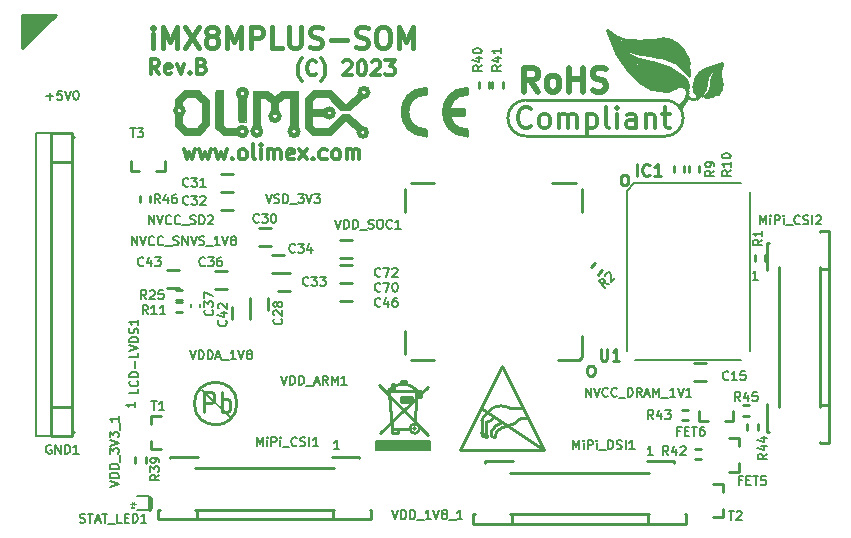
<source format=gbr>
G04 #@! TF.GenerationSoftware,KiCad,Pcbnew,5.1.0-rc2-unknown-036be7d~80~ubuntu16.04.1*
G04 #@! TF.CreationDate,2023-04-21T13:27:13+03:00*
G04 #@! TF.ProjectId,iMX8MPLUS-SOM_Rev_B,694d5838-4d50-44c5-9553-2d534f4d5f52,A*
G04 #@! TF.SameCoordinates,Original*
G04 #@! TF.FileFunction,Legend,Top*
G04 #@! TF.FilePolarity,Positive*
%FSLAX46Y46*%
G04 Gerber Fmt 4.6, Leading zero omitted, Abs format (unit mm)*
G04 Created by KiCad (PCBNEW 5.1.0-rc2-unknown-036be7d~80~ubuntu16.04.1) date 2023-04-21 13:27:13*
%MOMM*%
%LPD*%
G04 APERTURE LIST*
%ADD10C,0.190500*%
%ADD11C,0.304800*%
%ADD12C,0.444500*%
%ADD13C,0.254000*%
%ADD14C,0.508000*%
%ADD15C,0.300000*%
%ADD16C,0.127000*%
%ADD17C,0.150000*%
%ADD18C,0.200000*%
%ADD19C,0.400000*%
%ADD20C,0.700000*%
%ADD21C,0.500000*%
%ADD22C,0.100000*%
%ADD23C,0.050000*%
%ADD24C,0.350000*%
G04 APERTURE END LIST*
D10*
X145886714Y-85688714D02*
X145451285Y-85688714D01*
X145669000Y-85688714D02*
X145669000Y-84926714D01*
X145596428Y-85035571D01*
X145523857Y-85108142D01*
X145451285Y-85144428D01*
X136996714Y-100547714D02*
X136561285Y-100547714D01*
X136779000Y-100547714D02*
X136779000Y-99785714D01*
X136706428Y-99894571D01*
X136633857Y-99967142D01*
X136561285Y-100003428D01*
X110453714Y-100039714D02*
X110018285Y-100039714D01*
X110236000Y-100039714D02*
X110236000Y-99277714D01*
X110163428Y-99386571D01*
X110090857Y-99459142D01*
X110018285Y-99495428D01*
D11*
X97275952Y-74657857D02*
X97517857Y-75504523D01*
X97759761Y-74899761D01*
X98001666Y-75504523D01*
X98243571Y-74657857D01*
X98606428Y-74657857D02*
X98848333Y-75504523D01*
X99090238Y-74899761D01*
X99332142Y-75504523D01*
X99574047Y-74657857D01*
X99936904Y-74657857D02*
X100178809Y-75504523D01*
X100420714Y-74899761D01*
X100662619Y-75504523D01*
X100904523Y-74657857D01*
X101388333Y-75383571D02*
X101448809Y-75444047D01*
X101388333Y-75504523D01*
X101327857Y-75444047D01*
X101388333Y-75383571D01*
X101388333Y-75504523D01*
X102174523Y-75504523D02*
X102053571Y-75444047D01*
X101993095Y-75383571D01*
X101932619Y-75262619D01*
X101932619Y-74899761D01*
X101993095Y-74778809D01*
X102053571Y-74718333D01*
X102174523Y-74657857D01*
X102355952Y-74657857D01*
X102476904Y-74718333D01*
X102537380Y-74778809D01*
X102597857Y-74899761D01*
X102597857Y-75262619D01*
X102537380Y-75383571D01*
X102476904Y-75444047D01*
X102355952Y-75504523D01*
X102174523Y-75504523D01*
X103323571Y-75504523D02*
X103202619Y-75444047D01*
X103142142Y-75323095D01*
X103142142Y-74234523D01*
X103807380Y-75504523D02*
X103807380Y-74657857D01*
X103807380Y-74234523D02*
X103746904Y-74295000D01*
X103807380Y-74355476D01*
X103867857Y-74295000D01*
X103807380Y-74234523D01*
X103807380Y-74355476D01*
X104412142Y-75504523D02*
X104412142Y-74657857D01*
X104412142Y-74778809D02*
X104472619Y-74718333D01*
X104593571Y-74657857D01*
X104775000Y-74657857D01*
X104895952Y-74718333D01*
X104956428Y-74839285D01*
X104956428Y-75504523D01*
X104956428Y-74839285D02*
X105016904Y-74718333D01*
X105137857Y-74657857D01*
X105319285Y-74657857D01*
X105440238Y-74718333D01*
X105500714Y-74839285D01*
X105500714Y-75504523D01*
X106589285Y-75444047D02*
X106468333Y-75504523D01*
X106226428Y-75504523D01*
X106105476Y-75444047D01*
X106045000Y-75323095D01*
X106045000Y-74839285D01*
X106105476Y-74718333D01*
X106226428Y-74657857D01*
X106468333Y-74657857D01*
X106589285Y-74718333D01*
X106649761Y-74839285D01*
X106649761Y-74960238D01*
X106045000Y-75081190D01*
X107073095Y-75504523D02*
X107738333Y-74657857D01*
X107073095Y-74657857D02*
X107738333Y-75504523D01*
X108222142Y-75383571D02*
X108282619Y-75444047D01*
X108222142Y-75504523D01*
X108161666Y-75444047D01*
X108222142Y-75383571D01*
X108222142Y-75504523D01*
X109371190Y-75444047D02*
X109250238Y-75504523D01*
X109008333Y-75504523D01*
X108887380Y-75444047D01*
X108826904Y-75383571D01*
X108766428Y-75262619D01*
X108766428Y-74899761D01*
X108826904Y-74778809D01*
X108887380Y-74718333D01*
X109008333Y-74657857D01*
X109250238Y-74657857D01*
X109371190Y-74718333D01*
X110096904Y-75504523D02*
X109975952Y-75444047D01*
X109915476Y-75383571D01*
X109855000Y-75262619D01*
X109855000Y-74899761D01*
X109915476Y-74778809D01*
X109975952Y-74718333D01*
X110096904Y-74657857D01*
X110278333Y-74657857D01*
X110399285Y-74718333D01*
X110459761Y-74778809D01*
X110520238Y-74899761D01*
X110520238Y-75262619D01*
X110459761Y-75383571D01*
X110399285Y-75444047D01*
X110278333Y-75504523D01*
X110096904Y-75504523D01*
X111064523Y-75504523D02*
X111064523Y-74657857D01*
X111064523Y-74778809D02*
X111125000Y-74718333D01*
X111245952Y-74657857D01*
X111427380Y-74657857D01*
X111548333Y-74718333D01*
X111608809Y-74839285D01*
X111608809Y-75504523D01*
X111608809Y-74839285D02*
X111669285Y-74718333D01*
X111790238Y-74657857D01*
X111971666Y-74657857D01*
X112092619Y-74718333D01*
X112153095Y-74839285D01*
X112153095Y-75504523D01*
X107278714Y-68876333D02*
X107218238Y-68815857D01*
X107097285Y-68634428D01*
X107036809Y-68513476D01*
X106976333Y-68332047D01*
X106915857Y-68029666D01*
X106915857Y-67787761D01*
X106976333Y-67485380D01*
X107036809Y-67303952D01*
X107097285Y-67183000D01*
X107218238Y-67001571D01*
X107278714Y-66941095D01*
X108488238Y-68271571D02*
X108427761Y-68332047D01*
X108246333Y-68392523D01*
X108125380Y-68392523D01*
X107943952Y-68332047D01*
X107823000Y-68211095D01*
X107762523Y-68090142D01*
X107702047Y-67848238D01*
X107702047Y-67666809D01*
X107762523Y-67424904D01*
X107823000Y-67303952D01*
X107943952Y-67183000D01*
X108125380Y-67122523D01*
X108246333Y-67122523D01*
X108427761Y-67183000D01*
X108488238Y-67243476D01*
X108911571Y-68876333D02*
X108972047Y-68815857D01*
X109093000Y-68634428D01*
X109153476Y-68513476D01*
X109213952Y-68332047D01*
X109274428Y-68029666D01*
X109274428Y-67787761D01*
X109213952Y-67485380D01*
X109153476Y-67303952D01*
X109093000Y-67183000D01*
X108972047Y-67001571D01*
X108911571Y-66941095D01*
X110786333Y-67243476D02*
X110846809Y-67183000D01*
X110967761Y-67122523D01*
X111270142Y-67122523D01*
X111391095Y-67183000D01*
X111451571Y-67243476D01*
X111512047Y-67364428D01*
X111512047Y-67485380D01*
X111451571Y-67666809D01*
X110725857Y-68392523D01*
X111512047Y-68392523D01*
X112298238Y-67122523D02*
X112419190Y-67122523D01*
X112540142Y-67183000D01*
X112600619Y-67243476D01*
X112661095Y-67364428D01*
X112721571Y-67606333D01*
X112721571Y-67908714D01*
X112661095Y-68150619D01*
X112600619Y-68271571D01*
X112540142Y-68332047D01*
X112419190Y-68392523D01*
X112298238Y-68392523D01*
X112177285Y-68332047D01*
X112116809Y-68271571D01*
X112056333Y-68150619D01*
X111995857Y-67908714D01*
X111995857Y-67606333D01*
X112056333Y-67364428D01*
X112116809Y-67243476D01*
X112177285Y-67183000D01*
X112298238Y-67122523D01*
X113205380Y-67243476D02*
X113265857Y-67183000D01*
X113386809Y-67122523D01*
X113689190Y-67122523D01*
X113810142Y-67183000D01*
X113870619Y-67243476D01*
X113931095Y-67364428D01*
X113931095Y-67485380D01*
X113870619Y-67666809D01*
X113144904Y-68392523D01*
X113931095Y-68392523D01*
X114354428Y-67122523D02*
X115140619Y-67122523D01*
X114717285Y-67606333D01*
X114898714Y-67606333D01*
X115019666Y-67666809D01*
X115080142Y-67727285D01*
X115140619Y-67848238D01*
X115140619Y-68150619D01*
X115080142Y-68271571D01*
X115019666Y-68332047D01*
X114898714Y-68392523D01*
X114535857Y-68392523D01*
X114414904Y-68332047D01*
X114354428Y-68271571D01*
D12*
X94657333Y-66082333D02*
X94657333Y-64897000D01*
X94657333Y-64304333D02*
X94572666Y-64389000D01*
X94657333Y-64473666D01*
X94742000Y-64389000D01*
X94657333Y-64304333D01*
X94657333Y-64473666D01*
X95504000Y-66082333D02*
X95504000Y-64304333D01*
X96096666Y-65574333D01*
X96689333Y-64304333D01*
X96689333Y-66082333D01*
X97366666Y-64304333D02*
X98552000Y-66082333D01*
X98552000Y-64304333D02*
X97366666Y-66082333D01*
X99483333Y-65066333D02*
X99314000Y-64981666D01*
X99229333Y-64897000D01*
X99144666Y-64727666D01*
X99144666Y-64643000D01*
X99229333Y-64473666D01*
X99314000Y-64389000D01*
X99483333Y-64304333D01*
X99822000Y-64304333D01*
X99991333Y-64389000D01*
X100076000Y-64473666D01*
X100160666Y-64643000D01*
X100160666Y-64727666D01*
X100076000Y-64897000D01*
X99991333Y-64981666D01*
X99822000Y-65066333D01*
X99483333Y-65066333D01*
X99314000Y-65151000D01*
X99229333Y-65235666D01*
X99144666Y-65405000D01*
X99144666Y-65743666D01*
X99229333Y-65913000D01*
X99314000Y-65997666D01*
X99483333Y-66082333D01*
X99822000Y-66082333D01*
X99991333Y-65997666D01*
X100076000Y-65913000D01*
X100160666Y-65743666D01*
X100160666Y-65405000D01*
X100076000Y-65235666D01*
X99991333Y-65151000D01*
X99822000Y-65066333D01*
X100922666Y-66082333D02*
X100922666Y-64304333D01*
X101515333Y-65574333D01*
X102108000Y-64304333D01*
X102108000Y-66082333D01*
X102954666Y-66082333D02*
X102954666Y-64304333D01*
X103632000Y-64304333D01*
X103801333Y-64389000D01*
X103886000Y-64473666D01*
X103970666Y-64643000D01*
X103970666Y-64897000D01*
X103886000Y-65066333D01*
X103801333Y-65151000D01*
X103632000Y-65235666D01*
X102954666Y-65235666D01*
X105579333Y-66082333D02*
X104732666Y-66082333D01*
X104732666Y-64304333D01*
X106172000Y-64304333D02*
X106172000Y-65743666D01*
X106256666Y-65913000D01*
X106341333Y-65997666D01*
X106510666Y-66082333D01*
X106849333Y-66082333D01*
X107018666Y-65997666D01*
X107103333Y-65913000D01*
X107188000Y-65743666D01*
X107188000Y-64304333D01*
X107950000Y-65997666D02*
X108204000Y-66082333D01*
X108627333Y-66082333D01*
X108796666Y-65997666D01*
X108881333Y-65913000D01*
X108966000Y-65743666D01*
X108966000Y-65574333D01*
X108881333Y-65405000D01*
X108796666Y-65320333D01*
X108627333Y-65235666D01*
X108288666Y-65151000D01*
X108119333Y-65066333D01*
X108034666Y-64981666D01*
X107950000Y-64812333D01*
X107950000Y-64643000D01*
X108034666Y-64473666D01*
X108119333Y-64389000D01*
X108288666Y-64304333D01*
X108712000Y-64304333D01*
X108966000Y-64389000D01*
X109728000Y-65405000D02*
X111082666Y-65405000D01*
X111844666Y-65997666D02*
X112098666Y-66082333D01*
X112522000Y-66082333D01*
X112691333Y-65997666D01*
X112776000Y-65913000D01*
X112860666Y-65743666D01*
X112860666Y-65574333D01*
X112776000Y-65405000D01*
X112691333Y-65320333D01*
X112522000Y-65235666D01*
X112183333Y-65151000D01*
X112014000Y-65066333D01*
X111929333Y-64981666D01*
X111844666Y-64812333D01*
X111844666Y-64643000D01*
X111929333Y-64473666D01*
X112014000Y-64389000D01*
X112183333Y-64304333D01*
X112606666Y-64304333D01*
X112860666Y-64389000D01*
X113961333Y-64304333D02*
X114300000Y-64304333D01*
X114469333Y-64389000D01*
X114638666Y-64558333D01*
X114723333Y-64897000D01*
X114723333Y-65489666D01*
X114638666Y-65828333D01*
X114469333Y-65997666D01*
X114300000Y-66082333D01*
X113961333Y-66082333D01*
X113792000Y-65997666D01*
X113622666Y-65828333D01*
X113538000Y-65489666D01*
X113538000Y-64897000D01*
X113622666Y-64558333D01*
X113792000Y-64389000D01*
X113961333Y-64304333D01*
X115485333Y-66082333D02*
X115485333Y-64304333D01*
X116078000Y-65574333D01*
X116670666Y-64304333D01*
X116670666Y-66082333D01*
D11*
X95201619Y-68265523D02*
X94778285Y-67660761D01*
X94475904Y-68265523D02*
X94475904Y-66995523D01*
X94959714Y-66995523D01*
X95080666Y-67056000D01*
X95141142Y-67116476D01*
X95201619Y-67237428D01*
X95201619Y-67418857D01*
X95141142Y-67539809D01*
X95080666Y-67600285D01*
X94959714Y-67660761D01*
X94475904Y-67660761D01*
X96229714Y-68205047D02*
X96108761Y-68265523D01*
X95866857Y-68265523D01*
X95745904Y-68205047D01*
X95685428Y-68084095D01*
X95685428Y-67600285D01*
X95745904Y-67479333D01*
X95866857Y-67418857D01*
X96108761Y-67418857D01*
X96229714Y-67479333D01*
X96290190Y-67600285D01*
X96290190Y-67721238D01*
X95685428Y-67842190D01*
X96713523Y-67418857D02*
X97015904Y-68265523D01*
X97318285Y-67418857D01*
X97802095Y-68144571D02*
X97862571Y-68205047D01*
X97802095Y-68265523D01*
X97741619Y-68205047D01*
X97802095Y-68144571D01*
X97802095Y-68265523D01*
X98830190Y-67600285D02*
X99011619Y-67660761D01*
X99072095Y-67721238D01*
X99132571Y-67842190D01*
X99132571Y-68023619D01*
X99072095Y-68144571D01*
X99011619Y-68205047D01*
X98890666Y-68265523D01*
X98406857Y-68265523D01*
X98406857Y-66995523D01*
X98830190Y-66995523D01*
X98951142Y-67056000D01*
X99011619Y-67116476D01*
X99072095Y-67237428D01*
X99072095Y-67358380D01*
X99011619Y-67479333D01*
X98951142Y-67539809D01*
X98830190Y-67600285D01*
X98406857Y-67600285D01*
D13*
X140589444Y-69493371D02*
G75*
G03X140843000Y-70104000I865696J1511D01*
G01*
X142035980Y-67998180D02*
G75*
G03X141528800Y-69029580I991420J-1127920D01*
G01*
X141118660Y-70134046D02*
G75*
G03X141528800Y-69037200I-1118940J1043506D01*
G01*
X140841212Y-70232791D02*
G75*
G03X141145260Y-70106540I-752J431051D01*
G01*
X141407660Y-70226613D02*
G75*
G03X141909800Y-69430900I-709440J1003993D01*
G01*
X142289205Y-68092066D02*
G75*
G03X141935200Y-69082920I1408755J-1061974D01*
G01*
X141756073Y-70232303D02*
G75*
G03X141955520Y-70208140I1327J824263D01*
G01*
X141957503Y-70207453D02*
G75*
G03X142537180Y-69933820I-205183J1185493D01*
G01*
X142561054Y-69911974D02*
G75*
G03X142875000Y-69154040I-757934J757934D01*
G01*
X142874717Y-69154487D02*
G75*
G03X142803880Y-68785740I-992857J447D01*
G01*
X142739852Y-67851136D02*
G75*
G03X142803880Y-68785740I1478808J-368184D01*
G01*
X141438000Y-67872511D02*
G75*
G03X140716000Y-68516500I601340J-1400909D01*
G01*
X140662206Y-68612321D02*
G75*
G03X140462000Y-69367400I1323794J-755079D01*
G01*
X140460126Y-69367901D02*
G75*
G03X140545820Y-69811900I1195674J501D01*
G01*
X140416280Y-70486612D02*
G75*
G03X140708380Y-70365620I0J413092D01*
G01*
X140058866Y-70336954D02*
G75*
G03X140416280Y-70485000I357414J357414D01*
G01*
X139685742Y-70502710D02*
G75*
G03X139954000Y-69850000I-653762J650170D01*
G01*
X139448022Y-71120280D02*
G75*
G03X139954000Y-69895720I-1228842J1224560D01*
G01*
X135883621Y-66581186D02*
G75*
G03X137226040Y-66796920I1812319J6992786D01*
G01*
X139007870Y-67370934D02*
G75*
G03X137744200Y-66870580I-2134890J-3545866D01*
G01*
X140074359Y-68448765D02*
G75*
G03X139019280Y-67378580I-3831299J-2722035D01*
G01*
X139954845Y-69723069D02*
G75*
G03X139834620Y-68785740I-762845J378529D01*
G01*
X139663527Y-68597156D02*
G75*
G03X137109200Y-67327780I-3654147J-4148444D01*
G01*
X134772459Y-66516778D02*
G75*
G03X136799320Y-67266820I2631381J3997218D01*
G01*
X139506451Y-70808559D02*
G75*
G03X139954000Y-69723000I-1086611J1083019D01*
G01*
X140080240Y-68071243D02*
G75*
G03X140020040Y-67393820I-3049780J70363D01*
G01*
X139873264Y-66790585D02*
G75*
G03X137822940Y-65278000I-2144304J-760715D01*
G01*
X133959048Y-65133522D02*
G75*
G03X135674100Y-65473580I1268012J1900222D01*
G01*
X135985067Y-69057013D02*
G75*
G03X137850880Y-69723000I1738813J1924813D01*
G01*
X133964536Y-66637447D02*
G75*
G03X135945880Y-69019420I8344044J4925607D01*
G01*
X139677140Y-69446140D02*
G75*
G03X138958320Y-69448680I-358140J-360680D01*
G01*
X138366500Y-69725066D02*
G75*
G03X138904980Y-69502020I0J761526D01*
G01*
X138049000Y-73533000D02*
G75*
G03X139573000Y-72009000I0J1524000D01*
G01*
X124714000Y-72009000D02*
G75*
G03X126238000Y-73533000I1524000J0D01*
G01*
X126238000Y-70485000D02*
G75*
G03X124714000Y-72009000I0J-1524000D01*
G01*
X139573000Y-72009000D02*
G75*
G03X138049000Y-70485000I-1524000J0D01*
G01*
X141605000Y-70104000D02*
X142113000Y-70104000D01*
X141732000Y-69977000D02*
X142367000Y-69977000D01*
X141859000Y-69850000D02*
X142494000Y-69850000D01*
X141859000Y-69723000D02*
X142621000Y-69723000D01*
X141909800Y-69596000D02*
X142748000Y-69596000D01*
X141986000Y-69469000D02*
X142748000Y-69469000D01*
X141986000Y-69342000D02*
X142748000Y-69342000D01*
X141986000Y-69215000D02*
X142748000Y-69215000D01*
X141986000Y-69088000D02*
X142748000Y-69088000D01*
X141986000Y-68961000D02*
X142748000Y-68961000D01*
X141986000Y-68834000D02*
X142748000Y-68834000D01*
X141986000Y-68707000D02*
X142621000Y-68707000D01*
X142113000Y-68580000D02*
X142621000Y-68580000D01*
X142113000Y-68453000D02*
X142621000Y-68453000D01*
X142494000Y-67945000D02*
X142494000Y-68453000D01*
X142367000Y-67945000D02*
X142367000Y-68453000D01*
X142240000Y-67564000D02*
X142748000Y-67564000D01*
X142113000Y-67691000D02*
X142748000Y-67691000D01*
X141859000Y-67818000D02*
X142621000Y-67818000D01*
X142367000Y-67945000D02*
X141478000Y-67945000D01*
X142494000Y-67945000D02*
X142367000Y-67945000D01*
X142621000Y-67945000D02*
X142494000Y-67945000D01*
X141859000Y-68072000D02*
X141351000Y-68072000D01*
X141732000Y-68199000D02*
X141097000Y-68199000D01*
X141732000Y-68326000D02*
X140970000Y-68326000D01*
X141605000Y-68453000D02*
X140843000Y-68453000D01*
X141605000Y-68580000D02*
X140716000Y-68580000D01*
X141478000Y-68707000D02*
X140716000Y-68707000D01*
X141478000Y-68834000D02*
X140716000Y-68834000D01*
X141478000Y-68961000D02*
X140589000Y-68961000D01*
X141478000Y-69088000D02*
X140589000Y-69088000D01*
X140716000Y-69850000D02*
X141224000Y-69850000D01*
X140716000Y-69723000D02*
X141351000Y-69723000D01*
X140589000Y-69596000D02*
X141351000Y-69596000D01*
X140589000Y-69469000D02*
X141351000Y-69469000D01*
X140716000Y-69342000D02*
X141351000Y-69342000D01*
X141224000Y-69215000D02*
X141224000Y-69723000D01*
X141478000Y-69215000D02*
X140970000Y-70104000D01*
X141224000Y-69215000D02*
X141478000Y-69215000D01*
X140843000Y-69215000D02*
X141224000Y-69215000D01*
X140716000Y-69850000D02*
X140716000Y-69977000D01*
X140716000Y-69723000D02*
X140716000Y-69850000D01*
X140716000Y-69342000D02*
X140716000Y-69723000D01*
X140716000Y-69215000D02*
X140716000Y-69342000D01*
X140843000Y-69215000D02*
X140843000Y-69850000D01*
X140716000Y-69215000D02*
X140843000Y-69215000D01*
X140589000Y-69215000D02*
X140716000Y-69215000D01*
X140589000Y-69469000D02*
X140589000Y-69215000D01*
X140589000Y-69491860D02*
X140589000Y-69469000D01*
X141528800Y-69037200D02*
X141528800Y-69029580D01*
X141145260Y-70106540D02*
X141117320Y-70134480D01*
D14*
X137795000Y-68707000D02*
X136525000Y-68453000D01*
X138176000Y-68834000D02*
X137795000Y-68707000D01*
X138303000Y-68707000D02*
X138176000Y-68834000D01*
X138303000Y-68580000D02*
X138303000Y-68707000D01*
X137795000Y-68326000D02*
X138303000Y-68580000D01*
X137541000Y-68326000D02*
X137795000Y-68326000D01*
X136525000Y-68072000D02*
X137541000Y-68326000D01*
X136017000Y-68072000D02*
X136525000Y-68072000D01*
X135890000Y-68199000D02*
X136017000Y-68072000D01*
X136017000Y-68326000D02*
X135890000Y-68199000D01*
X136652000Y-68834000D02*
X136017000Y-68326000D01*
X137160000Y-68961000D02*
X136652000Y-68834000D01*
X137541000Y-69088000D02*
X137160000Y-68961000D01*
X138176000Y-69088000D02*
X137541000Y-69088000D01*
X138557000Y-68961000D02*
X138176000Y-69088000D01*
X138811000Y-68961000D02*
X138557000Y-68961000D01*
X138938000Y-68707000D02*
X138811000Y-68961000D01*
X138811000Y-68580000D02*
X138938000Y-68707000D01*
X138176000Y-68072000D02*
X138811000Y-68580000D01*
X137160000Y-67818000D02*
X138176000Y-68072000D01*
X136017000Y-67691000D02*
X137160000Y-67818000D01*
X135890000Y-67691000D02*
X136017000Y-67691000D01*
X135763000Y-67818000D02*
X135890000Y-67691000D01*
X135001000Y-67183000D02*
X135763000Y-67818000D01*
X135636000Y-67183000D02*
X134874000Y-66802000D01*
X136372600Y-67437000D02*
X135636000Y-67183000D01*
X136982200Y-67437000D02*
X136372600Y-67437000D01*
X138379200Y-67919600D02*
X136982200Y-67437000D01*
X139065000Y-68326000D02*
X138379200Y-67919600D01*
X139573000Y-68834000D02*
X139065000Y-68326000D01*
X139827000Y-69342000D02*
X139573000Y-68834000D01*
X139573000Y-69088000D02*
X139827000Y-69342000D01*
X139192000Y-68961000D02*
X139573000Y-69088000D01*
X138430000Y-69469000D02*
X139192000Y-68961000D01*
X137541000Y-69469000D02*
X138430000Y-69469000D01*
X136652000Y-69215000D02*
X137541000Y-69469000D01*
X136144000Y-68834000D02*
X136652000Y-69215000D01*
X135255000Y-67945000D02*
X136144000Y-68834000D01*
X135001000Y-67564000D02*
X135255000Y-67945000D01*
X134620000Y-67056000D02*
X135001000Y-67564000D01*
X134490460Y-66548000D02*
X134112000Y-65661540D01*
X134490460Y-66929000D02*
X134490460Y-66548000D01*
X134112000Y-66421000D02*
X134490460Y-66929000D01*
X133985000Y-65913000D02*
X134112000Y-66421000D01*
X133477000Y-65024000D02*
X133985000Y-65913000D01*
X139065000Y-66548000D02*
X137414000Y-66548000D01*
X138938000Y-66167000D02*
X133985000Y-66090800D01*
X138938000Y-66421000D02*
X138938000Y-66167000D01*
X138938000Y-65913000D02*
X138938000Y-66167000D01*
X134366000Y-65913000D02*
X138938000Y-65913000D01*
X134874000Y-66040000D02*
X134366000Y-65913000D01*
X136144000Y-66421000D02*
X134874000Y-66040000D01*
X137287000Y-66548000D02*
X136144000Y-66421000D01*
X137414000Y-66548000D02*
X137287000Y-66548000D01*
X137922000Y-66548000D02*
X137414000Y-66548000D01*
X138557000Y-66929000D02*
X137922000Y-66548000D01*
X138938000Y-66421000D02*
X139319000Y-66929000D01*
X138684000Y-66929000D02*
X138938000Y-66421000D01*
X139319000Y-67310000D02*
X138684000Y-66929000D01*
X139827000Y-67945000D02*
X139319000Y-67310000D01*
X139700000Y-66929000D02*
X139827000Y-67945000D01*
X139446000Y-66421000D02*
X139700000Y-66929000D01*
X138938000Y-65913000D02*
X139446000Y-66421000D01*
X138303000Y-65532000D02*
X138938000Y-65913000D01*
X136652000Y-65532000D02*
X138303000Y-65532000D01*
X135636000Y-65661540D02*
X136652000Y-65532000D01*
X134490460Y-65661540D02*
X135636000Y-65661540D01*
D13*
X133477000Y-65024000D02*
X134490460Y-65661540D01*
X141935200Y-69039740D02*
X141909800Y-69430900D01*
X140855700Y-70231000D02*
X140843000Y-70231000D01*
X141757400Y-70231000D02*
X141401800Y-70231000D01*
X142560040Y-69910960D02*
X142537180Y-69933820D01*
X142875000Y-67310000D02*
X142740380Y-67848480D01*
X141859000Y-67691000D02*
X142875000Y-67310000D01*
X141437360Y-67871340D02*
X141859000Y-67691000D01*
X140662660Y-68610480D02*
X140716000Y-68516500D01*
X140843000Y-70231000D02*
X140545820Y-69811900D01*
X140708380Y-70365620D02*
X140843000Y-70231000D01*
X139954000Y-70231000D02*
X140058140Y-70337680D01*
X139192000Y-70993000D02*
X139682220Y-70502780D01*
X139954000Y-69895720D02*
X139954000Y-69850000D01*
X139319000Y-71120000D02*
X139827000Y-70358000D01*
X135877300Y-66581020D02*
X134490460Y-66167000D01*
X137744200Y-66870580D02*
X137226040Y-66796920D01*
X139019280Y-67378580D02*
X139011660Y-67373500D01*
X140078460Y-68453000D02*
X140075920Y-68450460D01*
X139664440Y-68597780D02*
X139834620Y-68785740D01*
X136799320Y-67266820D02*
X137109200Y-67327780D01*
X134490460Y-66167000D02*
X134772400Y-66514980D01*
X139319000Y-70993000D02*
X139504420Y-70807580D01*
X139976860Y-69677280D02*
X139954000Y-69723000D01*
X140078460Y-68072000D02*
X140078460Y-68453000D01*
X139872720Y-66794380D02*
X140020040Y-67393820D01*
X135674100Y-65473580D02*
X137822940Y-65278000D01*
X133096000Y-64516000D02*
X133957060Y-65135760D01*
X137850880Y-69723000D02*
X138366500Y-69723000D01*
X135945880Y-69019420D02*
X135981440Y-69054980D01*
X133096000Y-64516000D02*
X133962140Y-66631820D01*
X139677140Y-69448680D02*
X139954000Y-69723000D01*
X138904980Y-69502020D02*
X138958320Y-69448680D01*
X126238000Y-73533000D02*
X138049000Y-73533000D01*
X138049000Y-70485000D02*
X126238000Y-70485000D01*
X121007000Y-71501000D02*
X119757000Y-71501000D01*
X121007000Y-71751000D02*
X119757000Y-71751000D01*
X121007000Y-71251000D02*
X121007000Y-71751000D01*
X119757000Y-71251000D02*
X121007000Y-71251000D01*
X121257000Y-69501000D02*
X121257000Y-70001000D01*
X121257000Y-73501000D02*
G75*
G02X121257000Y-69501000I0J2000000D01*
G01*
X121257000Y-73001000D02*
X121257000Y-73501000D01*
D15*
X121207020Y-73251000D02*
G75*
G02X121207000Y-69751000I49980J1750000D01*
G01*
D13*
X121257000Y-73001000D02*
G75*
G02X121257000Y-70001000I0J1500000D01*
G01*
D15*
X117707020Y-73251000D02*
G75*
G02X117707000Y-69751000I49980J1750000D01*
G01*
D13*
X117757000Y-73001000D02*
X117757000Y-73501000D01*
X117757000Y-69501000D02*
X117757000Y-70001000D01*
X117757000Y-73501000D02*
G75*
G02X117757000Y-69501000I0J2000000D01*
G01*
X117757000Y-73001000D02*
G75*
G02X117757000Y-70001000I0J1500000D01*
G01*
X86000000Y-75706000D02*
X87800000Y-75706000D01*
X86000000Y-96506000D02*
X87800000Y-96506000D01*
D16*
X84800000Y-73256000D02*
X86000000Y-73256000D01*
X84800000Y-98956000D02*
X84800000Y-73256000D01*
X86000000Y-98956000D02*
X84800000Y-98956000D01*
D13*
X87800000Y-98606000D02*
X87800000Y-73606000D01*
X87800000Y-73606000D02*
X87950000Y-73606000D01*
X87800000Y-98606000D02*
X87950000Y-98606000D01*
X87800000Y-98956000D02*
X87800000Y-98606000D01*
X86000000Y-98956000D02*
X87800000Y-98956000D01*
X87800000Y-73256000D02*
X87800000Y-73606000D01*
X86000000Y-73256000D02*
X87800000Y-73256000D01*
X86000000Y-98956000D02*
X86000000Y-73256000D01*
X139810000Y-105551000D02*
X139810000Y-106351000D01*
X139810000Y-106351000D02*
X121810000Y-106351000D01*
X121810000Y-106351000D02*
X121810000Y-105551000D01*
X139810000Y-105551000D02*
X139710000Y-105551000D01*
X121810000Y-105551000D02*
X121910000Y-105551000D01*
X124910000Y-105551000D02*
X136710000Y-105551000D01*
X136710000Y-102051000D02*
X124910000Y-102051000D01*
X136560000Y-105551000D02*
X136560000Y-106351000D01*
X125060000Y-105551000D02*
X125060000Y-106351000D01*
X138810000Y-101201000D02*
X138810000Y-101051000D01*
X138810000Y-101051000D02*
X136460000Y-101051000D01*
X125160000Y-101051000D02*
X122810000Y-101051000D01*
X122810000Y-101051000D02*
X122810000Y-101201000D01*
X96140000Y-100670000D02*
X96140000Y-100820000D01*
X98490000Y-100670000D02*
X96140000Y-100670000D01*
X112140000Y-100670000D02*
X109790000Y-100670000D01*
X112140000Y-100820000D02*
X112140000Y-100670000D01*
X98390000Y-105170000D02*
X98390000Y-105970000D01*
X109890000Y-105170000D02*
X109890000Y-105970000D01*
X110040000Y-101670000D02*
X98240000Y-101670000D01*
X98240000Y-105170000D02*
X110040000Y-105170000D01*
X95140000Y-105170000D02*
X95240000Y-105170000D01*
X113140000Y-105170000D02*
X113040000Y-105170000D01*
X95140000Y-105970000D02*
X95140000Y-105170000D01*
X113140000Y-105970000D02*
X95140000Y-105970000D01*
X113140000Y-105170000D02*
X113140000Y-105970000D01*
X151144000Y-81551000D02*
X151944000Y-81551000D01*
X151944000Y-81551000D02*
X151944000Y-99551000D01*
X151944000Y-99551000D02*
X151144000Y-99551000D01*
X151144000Y-81551000D02*
X151144000Y-81651000D01*
X151144000Y-99551000D02*
X151144000Y-99451000D01*
X151144000Y-96451000D02*
X151144000Y-84651000D01*
X147644000Y-84651000D02*
X147644000Y-96451000D01*
X151144000Y-84801000D02*
X151944000Y-84801000D01*
X151144000Y-96301000D02*
X151944000Y-96301000D01*
X146794000Y-82551000D02*
X146644000Y-82551000D01*
X146644000Y-82551000D02*
X146644000Y-84901000D01*
X146644000Y-96201000D02*
X146644000Y-98551000D01*
X146644000Y-98551000D02*
X146794000Y-98551000D01*
X94424500Y-78867000D02*
X94424500Y-78613000D01*
X94424500Y-78867000D02*
X94424500Y-79121000D01*
X93535500Y-78867000D02*
X93535500Y-79121000D01*
X93535500Y-78867000D02*
X93535500Y-78613000D01*
X94523560Y-99329240D02*
X94523560Y-100040440D01*
X95361760Y-100040440D02*
X94523560Y-100040440D01*
X95361760Y-97195640D02*
X94523560Y-97195640D01*
X94523560Y-97195640D02*
X94523560Y-97906840D01*
X144272000Y-99806760D02*
X144272000Y-99095560D01*
X143433800Y-99095560D02*
X144272000Y-99095560D01*
X143433800Y-101940360D02*
X144272000Y-101940360D01*
X144272000Y-101940360D02*
X144272000Y-101229160D01*
D16*
X135428000Y-77532400D02*
X144500000Y-77532400D01*
X145207000Y-91750000D02*
X145207000Y-78250000D01*
X134793000Y-91750000D02*
X134793000Y-78167400D01*
X134793000Y-78167400D02*
X135428000Y-77532400D01*
X135500000Y-92467600D02*
X144500000Y-92467600D01*
D13*
X116967000Y-94996000D02*
G75*
G03X114681000Y-94996000I-1143000J-1143000D01*
G01*
D16*
X116967000Y-98298000D02*
G75*
G03X116967000Y-98298000I-127000J0D01*
G01*
D13*
X115697000Y-94234000D02*
X115697000Y-94361000D01*
X115697000Y-94361000D02*
X116078000Y-94361000D01*
X116078000Y-94361000D02*
X116078000Y-94234000D01*
X116078000Y-94234000D02*
X115697000Y-94234000D01*
X115824000Y-95758000D02*
X116459000Y-95758000D01*
X115697000Y-95631000D02*
X116586000Y-95631000D01*
X116586000Y-95631000D02*
X116586000Y-96012000D01*
X116586000Y-96012000D02*
X115697000Y-96012000D01*
X115697000Y-96012000D02*
X115697000Y-95631000D01*
X117094000Y-95631000D02*
X117094000Y-95250000D01*
X117094000Y-95250000D02*
X117221000Y-95250000D01*
X117221000Y-95250000D02*
X117221000Y-95631000D01*
X117094000Y-95250000D02*
X117094000Y-95377000D01*
X117094000Y-95123000D02*
X117221000Y-95504000D01*
X117094000Y-95250000D02*
X117094000Y-95377000D01*
X116967000Y-95123000D02*
X116967000Y-95631000D01*
X116967000Y-95631000D02*
X117348000Y-95631000D01*
X117348000Y-95631000D02*
X117348000Y-95123000D01*
X114935000Y-94996000D02*
X114935000Y-94488000D01*
X114935000Y-94488000D02*
X115062000Y-94488000D01*
X115062000Y-94488000D02*
X115062000Y-94996000D01*
X117241609Y-98298000D02*
G75*
G03X117241609Y-98298000I-401609J0D01*
G01*
X116840000Y-97790000D02*
X116967000Y-95758000D01*
X114935000Y-98298000D02*
X114935000Y-98679000D01*
X114935000Y-98679000D02*
X115443000Y-98679000D01*
X115443000Y-98679000D02*
X115443000Y-98425000D01*
X114427000Y-95123000D02*
X117348000Y-95123000D01*
X114935000Y-98298000D02*
X114681000Y-95250000D01*
X114935000Y-98298000D02*
X116332000Y-98298000D01*
X113919000Y-98679000D02*
X117983000Y-94742000D01*
X113792000Y-94615000D02*
X117983000Y-98806000D01*
D17*
X113636800Y-100051400D02*
X118056400Y-100051400D01*
X118056400Y-99949800D02*
X113687600Y-99949800D01*
X113636800Y-99746600D02*
X118107200Y-99746600D01*
X113636800Y-99594200D02*
X118056400Y-99594200D01*
X118107200Y-99848200D02*
X113687600Y-99848200D01*
X118107200Y-99695800D02*
X113687600Y-99695800D01*
X113636800Y-99543400D02*
X118107200Y-99543400D01*
X118107200Y-99441800D02*
X113687600Y-99441800D01*
X118158000Y-100153000D02*
X113586000Y-100153000D01*
X113586000Y-100153000D02*
X113586000Y-99391000D01*
X113586000Y-99391000D02*
X118158000Y-99391000D01*
X118158000Y-99391000D02*
X118158000Y-100153000D01*
D18*
X98813620Y-95016320D02*
X101246940Y-97436940D01*
D13*
X101776637Y-96179640D02*
G75*
G03X101776637Y-96179640I-1802237J0D01*
G01*
X122809000Y-98806000D02*
G75*
G03X122682000Y-98933000I0J-127000D01*
G01*
X122936000Y-98869500D02*
G75*
G03X122872500Y-98806000I-63500J0D01*
G01*
X122874929Y-99062545D02*
G75*
G03X122936000Y-98996500I-2429J63505D01*
G01*
X122491500Y-98679000D02*
G75*
G03X122872500Y-99060000I381000J0D01*
G01*
X122680952Y-97283575D02*
G75*
G03X122491500Y-97599500I168688J-315925D01*
G01*
X122683451Y-97282142D02*
G75*
G03X122999500Y-96964500I-478971J792622D01*
G01*
X122874065Y-97791845D02*
G75*
G03X123571000Y-97345500I-153965J1007685D01*
G01*
X123317932Y-98552674D02*
G75*
G03X123317000Y-98869500I316568J-159346D01*
G01*
X123317033Y-98869600D02*
G75*
G03X123444000Y-98996500I190467J63600D01*
G01*
X124645725Y-98108493D02*
G75*
G03X124206000Y-98234500I825195J-3709947D01*
G01*
X124206085Y-98235965D02*
G75*
G03X123634500Y-98996500I284395J-808795D01*
G01*
X124268292Y-97791166D02*
G75*
G03X123317000Y-98552000I285688J-1332334D01*
G01*
X124780539Y-98045576D02*
G75*
G03X125603000Y-97599500I-147819J1253796D01*
G01*
X126111699Y-97409474D02*
G75*
G03X125603000Y-97599500I-64199J-604046D01*
G01*
X124587085Y-96458114D02*
G75*
G03X124802900Y-96520000I182795J230214D01*
G01*
X124586279Y-96456678D02*
G75*
G03X122999500Y-96964500I-466639J-1274902D01*
G01*
X124206000Y-92964000D02*
X120650000Y-100076000D01*
X120650000Y-100076000D02*
X127762000Y-100076000D01*
X127762000Y-100076000D02*
X126428500Y-97409000D01*
X126428500Y-97409000D02*
X125984000Y-96520000D01*
X125984000Y-96520000D02*
X124206000Y-92964000D01*
X122428000Y-96583500D02*
X127762000Y-100076000D01*
X124802900Y-96520000D02*
X125984000Y-96520000D01*
X126428500Y-97409000D02*
X126111000Y-97409000D01*
X123444000Y-98996500D02*
X123596400Y-98996500D01*
X122491500Y-97599500D02*
X122491500Y-98679000D01*
X122936000Y-98996500D02*
X122936000Y-98869500D01*
X122872500Y-98806000D02*
X122872500Y-97790000D01*
X122872500Y-98806000D02*
X122809000Y-98806000D01*
D19*
X97251147Y-71374000D02*
G75*
G03X97251147Y-71374000I-337447J0D01*
G01*
D20*
X96901000Y-70599300D02*
X97409000Y-70091300D01*
X98501200Y-70015100D02*
X99136200Y-70624700D01*
X99110800Y-72580500D02*
X98552000Y-73164700D01*
X100736400Y-73177400D02*
X100279200Y-72720200D01*
X101722200Y-73177400D02*
X100736400Y-73177400D01*
D19*
X102601324Y-73152000D02*
G75*
G03X102601324Y-73152000I-366324J0D01*
G01*
D20*
X102235000Y-70459600D02*
X102235000Y-72059800D01*
D19*
X102621218Y-69926200D02*
G75*
G03X102621218Y-69926200I-373518J0D01*
G01*
X103826559Y-73126600D02*
G75*
G03X103826559Y-73126600I-359659J0D01*
G01*
D20*
X103454200Y-72618600D02*
X103454200Y-70027800D01*
X103454200Y-70027800D02*
X104292400Y-70027800D01*
X104292400Y-70027800D02*
X104902000Y-70535800D01*
X105003600Y-71323200D02*
X105003600Y-70612000D01*
X105079800Y-70535800D02*
X105714800Y-70027800D01*
D19*
X105374518Y-71856600D02*
G75*
G03X105374518Y-71856600I-370918J0D01*
G01*
D20*
X105714800Y-70027800D02*
X106603800Y-70027800D01*
D19*
X106979729Y-73139300D02*
G75*
G03X106979729Y-73139300I-363229J0D01*
G01*
X112775266Y-73228200D02*
G75*
G03X112775266Y-73228200I-329466J0D01*
G01*
D20*
X112115600Y-72872600D02*
X111277400Y-72059800D01*
D21*
X110769400Y-71958200D02*
X111302800Y-71958200D01*
D20*
X109626400Y-73177400D02*
X110769400Y-72059800D01*
X108305600Y-73177400D02*
X109626400Y-73177400D01*
X107873800Y-72745600D02*
X108305600Y-73177400D01*
X107873800Y-70510400D02*
X107873800Y-72745600D01*
X107873800Y-70485000D02*
X108356400Y-69977000D01*
X108404500Y-70002400D02*
X109626400Y-70002400D01*
X109626400Y-70002400D02*
X110718600Y-71069200D01*
D21*
X110744000Y-71183500D02*
X111302800Y-71183500D01*
D20*
X112166400Y-70192900D02*
X111302800Y-71086600D01*
D19*
X112894135Y-69837300D02*
G75*
G03X112894135Y-69837300I-359435J0D01*
G01*
D20*
X109093000Y-71577200D02*
X107873800Y-71577200D01*
D19*
X109960659Y-71577200D02*
G75*
G03X109960659Y-71577200I-359659J0D01*
G01*
D20*
X97472500Y-73190100D02*
X98513900Y-73190100D01*
X96913700Y-72631300D02*
X96913700Y-71869300D01*
X96901000Y-72618600D02*
X97485200Y-73190100D01*
X96901000Y-70650100D02*
X96901000Y-70891400D01*
X99123500Y-70612000D02*
X99123500Y-72542400D01*
X98501200Y-70002400D02*
X97497900Y-70002400D01*
X106616500Y-70015100D02*
X106616500Y-72618600D01*
X100279200Y-72732900D02*
X100279200Y-70002400D01*
D22*
X100279200Y-69659500D02*
X99999800Y-69659500D01*
X99974400Y-69659500D02*
X99974400Y-72809100D01*
X99987100Y-69659500D02*
X99974400Y-69659500D01*
X99999800Y-69659500D02*
X99987100Y-69659500D01*
X100114100Y-69748400D02*
X100050600Y-69735700D01*
X100596700Y-69659500D02*
X100596700Y-72694800D01*
X100291900Y-69659500D02*
X100596700Y-69659500D01*
X100418900Y-69735700D02*
X100533200Y-69735700D01*
X101917500Y-70345300D02*
X101917500Y-72364600D01*
X102552500Y-72364600D02*
X102552500Y-70345300D01*
X102527100Y-72364600D02*
X102552500Y-72364600D01*
X101917500Y-72364600D02*
X102527100Y-72364600D01*
X102057200Y-72301100D02*
X101993700Y-72301100D01*
X102400100Y-72301100D02*
X102489000Y-72301100D01*
X103136700Y-72707500D02*
X103136700Y-69723000D01*
X104381300Y-69710300D02*
X104965500Y-70192900D01*
X103136700Y-69710300D02*
X104381300Y-69710300D01*
X103289100Y-69773800D02*
X103212900Y-69773800D01*
X106946700Y-72732900D02*
X106946700Y-69723000D01*
X105625900Y-69710300D02*
X105003600Y-70205600D01*
X105651300Y-69710300D02*
X105625900Y-69710300D01*
X106946700Y-69710300D02*
X105651300Y-69710300D01*
X106946700Y-69723000D02*
X106946700Y-69710300D01*
X106794300Y-69786500D02*
X106895900Y-69786500D01*
X109740700Y-69672200D02*
X110998000Y-70916800D01*
X109689900Y-69672200D02*
X109740700Y-69672200D01*
X108318300Y-69672200D02*
X109689900Y-69672200D01*
D13*
X140462000Y-94234000D02*
X141478000Y-94234000D01*
X140462000Y-92710000D02*
X141478000Y-92710000D01*
X102870000Y-87249000D02*
X102870000Y-88265000D01*
X104394000Y-87249000D02*
X104394000Y-88265000D01*
X103632000Y-82804000D02*
X104648000Y-82804000D01*
X103632000Y-81280000D02*
X104648000Y-81280000D01*
X101473000Y-78232000D02*
X100457000Y-78232000D01*
X101473000Y-76708000D02*
X100457000Y-76708000D01*
X101473000Y-79756000D02*
X100457000Y-79756000D01*
X101473000Y-78232000D02*
X100457000Y-78232000D01*
X105283000Y-86614000D02*
X106299000Y-86614000D01*
X105283000Y-85090000D02*
X106299000Y-85090000D01*
X104775000Y-83566000D02*
X105791000Y-83566000D01*
X104775000Y-85090000D02*
X105791000Y-85090000D01*
X100965000Y-86487000D02*
X99949000Y-86487000D01*
X100965000Y-84963000D02*
X99949000Y-84963000D01*
X102870000Y-88011000D02*
X102870000Y-89027000D01*
X101346000Y-88011000D02*
X101346000Y-89027000D01*
X95885000Y-84836000D02*
X96901000Y-84836000D01*
X95885000Y-86360000D02*
X96901000Y-86360000D01*
X110490000Y-85979000D02*
X111506000Y-85979000D01*
X110490000Y-87503000D02*
X111506000Y-87503000D01*
X110490000Y-84455000D02*
X111506000Y-84455000D01*
X110490000Y-85979000D02*
X111506000Y-85979000D01*
X110490000Y-83820000D02*
X111506000Y-83820000D01*
X110490000Y-82296000D02*
X111506000Y-82296000D01*
X146494500Y-83820000D02*
X146494500Y-84074000D01*
X146494500Y-83820000D02*
X146494500Y-83566000D01*
X145605500Y-83820000D02*
X145605500Y-83566000D01*
X145605500Y-83820000D02*
X145605500Y-84074000D01*
X131914481Y-84445491D02*
X131734876Y-84625096D01*
X131914481Y-84445491D02*
X132094086Y-84265886D01*
X132543099Y-85074109D02*
X132722704Y-84894504D01*
X132543099Y-85074109D02*
X132363494Y-85253714D01*
X138747500Y-76327000D02*
X138747500Y-76073000D01*
X138747500Y-76327000D02*
X138747500Y-76581000D01*
X139636500Y-76327000D02*
X139636500Y-76581000D01*
X139636500Y-76327000D02*
X139636500Y-76073000D01*
X140906500Y-76327000D02*
X140906500Y-76073000D01*
X140906500Y-76327000D02*
X140906500Y-76581000D01*
X140017500Y-76327000D02*
X140017500Y-76581000D01*
X140017500Y-76327000D02*
X140017500Y-76073000D01*
X96901000Y-87566500D02*
X96647000Y-87566500D01*
X96901000Y-87566500D02*
X97155000Y-87566500D01*
X96901000Y-88455500D02*
X97155000Y-88455500D01*
X96901000Y-88455500D02*
X96647000Y-88455500D01*
X96901000Y-87439500D02*
X97155000Y-87439500D01*
X96901000Y-87439500D02*
X96647000Y-87439500D01*
X96901000Y-86550500D02*
X96647000Y-86550500D01*
X96901000Y-86550500D02*
X97155000Y-86550500D01*
X116000000Y-92000000D02*
X116000000Y-90000000D01*
X128500000Y-77500000D02*
X130500000Y-77500000D01*
X131000000Y-78000000D02*
X131000000Y-80000000D01*
X118500000Y-92500000D02*
X116500000Y-92500000D01*
X130750000Y-92500000D02*
X129000000Y-92500000D01*
X116000000Y-80000000D02*
X116000000Y-78000000D01*
X116500000Y-77500000D02*
X118500000Y-77500000D01*
X131000000Y-90500000D02*
X131000000Y-92250000D01*
X130750000Y-92500000D02*
X131000000Y-92250000D01*
D16*
X98679000Y-87972900D02*
X98679000Y-87718900D01*
X97917000Y-87972900D02*
X97917000Y-87718900D01*
D13*
X93154500Y-100965000D02*
X93154500Y-101219000D01*
X93154500Y-100965000D02*
X93154500Y-100711000D01*
X94043500Y-100965000D02*
X94043500Y-100711000D01*
X94043500Y-100965000D02*
X94043500Y-101219000D01*
X94361000Y-105130600D02*
X94361000Y-104089200D01*
X94526100Y-104203500D02*
X94526100Y-105029000D01*
X94373700Y-105168700D02*
X94513400Y-105041700D01*
X94373700Y-104076500D02*
X94526100Y-104203500D01*
D23*
X92934800Y-104872600D02*
X92804800Y-104982600D01*
X92794800Y-105002600D02*
X92874800Y-104992600D01*
X92794800Y-105002600D02*
X92794800Y-104922600D01*
X93010200Y-105002600D02*
X93010200Y-104922600D01*
X93010200Y-105002600D02*
X93090200Y-104992600D01*
X93141800Y-104893600D02*
X93011800Y-105003600D01*
D22*
X93064000Y-104538000D02*
X93064000Y-104758000D01*
X92874000Y-104758000D02*
X92974000Y-104658000D01*
X92874000Y-104538000D02*
X92984000Y-104638000D01*
X92874000Y-104538000D02*
X92874000Y-104758000D01*
X92704000Y-104648000D02*
X93224000Y-104648000D01*
D16*
X93345000Y-104013000D02*
X94361000Y-104013000D01*
X94361000Y-105232200D02*
X93345000Y-105232200D01*
D13*
X123126500Y-69215000D02*
X123126500Y-68961000D01*
X123126500Y-69215000D02*
X123126500Y-69469000D01*
X122237500Y-69215000D02*
X122237500Y-69469000D01*
X122237500Y-69215000D02*
X122237500Y-68961000D01*
X123380500Y-69215000D02*
X123380500Y-68961000D01*
X123380500Y-69215000D02*
X123380500Y-69469000D01*
X124269500Y-69215000D02*
X124269500Y-69469000D01*
X124269500Y-69215000D02*
X124269500Y-68961000D01*
X140944600Y-97663000D02*
X141655800Y-97663000D01*
X140944600Y-96824800D02*
X140944600Y-97663000D01*
X143789400Y-96824800D02*
X143789400Y-97663000D01*
X143078200Y-97663000D02*
X143789400Y-97663000D01*
X140843000Y-100901500D02*
X140589000Y-100901500D01*
X140843000Y-100901500D02*
X141097000Y-100901500D01*
X140843000Y-100012500D02*
X141097000Y-100012500D01*
X140843000Y-100012500D02*
X140589000Y-100012500D01*
X139700000Y-96710500D02*
X139446000Y-96710500D01*
X139700000Y-96710500D02*
X139954000Y-96710500D01*
X139700000Y-97599500D02*
X139954000Y-97599500D01*
X139700000Y-97599500D02*
X139446000Y-97599500D01*
X144970500Y-98171000D02*
X144970500Y-98425000D01*
X144970500Y-98171000D02*
X144970500Y-97917000D01*
X145859500Y-98171000D02*
X145859500Y-97917000D01*
X145859500Y-98171000D02*
X145859500Y-98425000D01*
X144907000Y-97218500D02*
X144653000Y-97218500D01*
X144907000Y-97218500D02*
X145161000Y-97218500D01*
X144907000Y-96329500D02*
X145161000Y-96329500D01*
X144907000Y-96329500D02*
X144653000Y-96329500D01*
X142915640Y-103682800D02*
X142915640Y-102971600D01*
X142077440Y-102971600D02*
X142915640Y-102971600D01*
X142077440Y-105816400D02*
X142915640Y-105816400D01*
X142915640Y-105816400D02*
X142915640Y-105105200D01*
X94945200Y-76454000D02*
X95656400Y-76454000D01*
X95656400Y-75615800D02*
X95656400Y-76454000D01*
X92811600Y-75615800D02*
X92811600Y-76454000D01*
X92811600Y-76454000D02*
X93522800Y-76454000D01*
D24*
X126680806Y-72694800D02*
X126596140Y-72779466D01*
X126342140Y-72864133D01*
X126172806Y-72864133D01*
X125918806Y-72779466D01*
X125749473Y-72610133D01*
X125664806Y-72440800D01*
X125580140Y-72102133D01*
X125580140Y-71848133D01*
X125664806Y-71509466D01*
X125749473Y-71340133D01*
X125918806Y-71170800D01*
X126172806Y-71086133D01*
X126342140Y-71086133D01*
X126596140Y-71170800D01*
X126680806Y-71255466D01*
X127696806Y-72864133D02*
X127527473Y-72779466D01*
X127442806Y-72694800D01*
X127358140Y-72525466D01*
X127358140Y-72017466D01*
X127442806Y-71848133D01*
X127527473Y-71763466D01*
X127696806Y-71678800D01*
X127950806Y-71678800D01*
X128120140Y-71763466D01*
X128204806Y-71848133D01*
X128289473Y-72017466D01*
X128289473Y-72525466D01*
X128204806Y-72694800D01*
X128120140Y-72779466D01*
X127950806Y-72864133D01*
X127696806Y-72864133D01*
X129051473Y-72864133D02*
X129051473Y-71678800D01*
X129051473Y-71848133D02*
X129136140Y-71763466D01*
X129305473Y-71678800D01*
X129559473Y-71678800D01*
X129728806Y-71763466D01*
X129813473Y-71932800D01*
X129813473Y-72864133D01*
X129813473Y-71932800D02*
X129898140Y-71763466D01*
X130067473Y-71678800D01*
X130321473Y-71678800D01*
X130490806Y-71763466D01*
X130575473Y-71932800D01*
X130575473Y-72864133D01*
X131422140Y-71678800D02*
X131422140Y-73456800D01*
X131422140Y-71763466D02*
X131591473Y-71678800D01*
X131930140Y-71678800D01*
X132099473Y-71763466D01*
X132184140Y-71848133D01*
X132268806Y-72017466D01*
X132268806Y-72525466D01*
X132184140Y-72694800D01*
X132099473Y-72779466D01*
X131930140Y-72864133D01*
X131591473Y-72864133D01*
X131422140Y-72779466D01*
X133284806Y-72864133D02*
X133115473Y-72779466D01*
X133030806Y-72610133D01*
X133030806Y-71086133D01*
X133962140Y-72864133D02*
X133962140Y-71678800D01*
X133962140Y-71086133D02*
X133877473Y-71170800D01*
X133962140Y-71255466D01*
X134046806Y-71170800D01*
X133962140Y-71086133D01*
X133962140Y-71255466D01*
X135570806Y-72864133D02*
X135570806Y-71932800D01*
X135486140Y-71763466D01*
X135316806Y-71678800D01*
X134978140Y-71678800D01*
X134808806Y-71763466D01*
X135570806Y-72779466D02*
X135401473Y-72864133D01*
X134978140Y-72864133D01*
X134808806Y-72779466D01*
X134724140Y-72610133D01*
X134724140Y-72440800D01*
X134808806Y-72271466D01*
X134978140Y-72186800D01*
X135401473Y-72186800D01*
X135570806Y-72102133D01*
X136417473Y-71678800D02*
X136417473Y-72864133D01*
X136417473Y-71848133D02*
X136502140Y-71763466D01*
X136671473Y-71678800D01*
X136925473Y-71678800D01*
X137094806Y-71763466D01*
X137179473Y-71932800D01*
X137179473Y-72864133D01*
X137772140Y-71678800D02*
X138449473Y-71678800D01*
X138026140Y-71086133D02*
X138026140Y-72610133D01*
X138110806Y-72779466D01*
X138280140Y-72864133D01*
X138449473Y-72864133D01*
D21*
X127259365Y-69759081D02*
X126592699Y-68806700D01*
X126116508Y-69759081D02*
X126116508Y-67759081D01*
X126878413Y-67759081D01*
X127068889Y-67854320D01*
X127164127Y-67949558D01*
X127259365Y-68140034D01*
X127259365Y-68425748D01*
X127164127Y-68616224D01*
X127068889Y-68711462D01*
X126878413Y-68806700D01*
X126116508Y-68806700D01*
X128402222Y-69759081D02*
X128211746Y-69663843D01*
X128116508Y-69568605D01*
X128021270Y-69378129D01*
X128021270Y-68806700D01*
X128116508Y-68616224D01*
X128211746Y-68520986D01*
X128402222Y-68425748D01*
X128687937Y-68425748D01*
X128878413Y-68520986D01*
X128973651Y-68616224D01*
X129068889Y-68806700D01*
X129068889Y-69378129D01*
X128973651Y-69568605D01*
X128878413Y-69663843D01*
X128687937Y-69759081D01*
X128402222Y-69759081D01*
X129926032Y-69759081D02*
X129926032Y-67759081D01*
X129926032Y-68711462D02*
X131068889Y-68711462D01*
X131068889Y-69759081D02*
X131068889Y-67759081D01*
X131926032Y-69663843D02*
X132211746Y-69759081D01*
X132687937Y-69759081D01*
X132878413Y-69663843D01*
X132973651Y-69568605D01*
X133068889Y-69378129D01*
X133068889Y-69187653D01*
X132973651Y-68997177D01*
X132878413Y-68901939D01*
X132687937Y-68806700D01*
X132306984Y-68711462D01*
X132116508Y-68616224D01*
X132021270Y-68520986D01*
X131926032Y-68330510D01*
X131926032Y-68140034D01*
X132021270Y-67949558D01*
X132116508Y-67854320D01*
X132306984Y-67759081D01*
X132783175Y-67759081D01*
X133068889Y-67854320D01*
D10*
X93435714Y-94941571D02*
X93435714Y-95304428D01*
X92673714Y-95304428D01*
X93363142Y-94252142D02*
X93399428Y-94288428D01*
X93435714Y-94397285D01*
X93435714Y-94469857D01*
X93399428Y-94578714D01*
X93326857Y-94651285D01*
X93254285Y-94687571D01*
X93109142Y-94723857D01*
X93000285Y-94723857D01*
X92855142Y-94687571D01*
X92782571Y-94651285D01*
X92710000Y-94578714D01*
X92673714Y-94469857D01*
X92673714Y-94397285D01*
X92710000Y-94288428D01*
X92746285Y-94252142D01*
X93435714Y-93925571D02*
X92673714Y-93925571D01*
X92673714Y-93744142D01*
X92710000Y-93635285D01*
X92782571Y-93562714D01*
X92855142Y-93526428D01*
X93000285Y-93490142D01*
X93109142Y-93490142D01*
X93254285Y-93526428D01*
X93326857Y-93562714D01*
X93399428Y-93635285D01*
X93435714Y-93744142D01*
X93435714Y-93925571D01*
X93145428Y-93163571D02*
X93145428Y-92583000D01*
X93435714Y-91857285D02*
X93435714Y-92220142D01*
X92673714Y-92220142D01*
X92673714Y-91712142D02*
X93435714Y-91458142D01*
X92673714Y-91204142D01*
X93435714Y-90950142D02*
X92673714Y-90950142D01*
X92673714Y-90768714D01*
X92710000Y-90659857D01*
X92782571Y-90587285D01*
X92855142Y-90551000D01*
X93000285Y-90514714D01*
X93109142Y-90514714D01*
X93254285Y-90551000D01*
X93326857Y-90587285D01*
X93399428Y-90659857D01*
X93435714Y-90768714D01*
X93435714Y-90950142D01*
X93399428Y-90224428D02*
X93435714Y-90115571D01*
X93435714Y-89934142D01*
X93399428Y-89861571D01*
X93363142Y-89825285D01*
X93290571Y-89789000D01*
X93218000Y-89789000D01*
X93145428Y-89825285D01*
X93109142Y-89861571D01*
X93072857Y-89934142D01*
X93036571Y-90079285D01*
X93000285Y-90151857D01*
X92964000Y-90188142D01*
X92891428Y-90224428D01*
X92818857Y-90224428D01*
X92746285Y-90188142D01*
X92710000Y-90151857D01*
X92673714Y-90079285D01*
X92673714Y-89897857D01*
X92710000Y-89789000D01*
X93435714Y-89063285D02*
X93435714Y-89498714D01*
X93435714Y-89281000D02*
X92673714Y-89281000D01*
X92782571Y-89353571D01*
X92855142Y-89426142D01*
X92891428Y-89498714D01*
X93181714Y-96048285D02*
X93181714Y-96483714D01*
X93181714Y-96266000D02*
X92419714Y-96266000D01*
X92528571Y-96338571D01*
X92601142Y-96411142D01*
X92637428Y-96483714D01*
X130265714Y-100039714D02*
X130265714Y-99277714D01*
X130519714Y-99822000D01*
X130773714Y-99277714D01*
X130773714Y-100039714D01*
X131136571Y-100039714D02*
X131136571Y-99531714D01*
X131136571Y-99277714D02*
X131100285Y-99314000D01*
X131136571Y-99350285D01*
X131172857Y-99314000D01*
X131136571Y-99277714D01*
X131136571Y-99350285D01*
X131499428Y-100039714D02*
X131499428Y-99277714D01*
X131789714Y-99277714D01*
X131862285Y-99314000D01*
X131898571Y-99350285D01*
X131934857Y-99422857D01*
X131934857Y-99531714D01*
X131898571Y-99604285D01*
X131862285Y-99640571D01*
X131789714Y-99676857D01*
X131499428Y-99676857D01*
X132261428Y-100039714D02*
X132261428Y-99531714D01*
X132261428Y-99277714D02*
X132225142Y-99314000D01*
X132261428Y-99350285D01*
X132297714Y-99314000D01*
X132261428Y-99277714D01*
X132261428Y-99350285D01*
X132442857Y-100112285D02*
X133023428Y-100112285D01*
X133204857Y-100039714D02*
X133204857Y-99277714D01*
X133386285Y-99277714D01*
X133495142Y-99314000D01*
X133567714Y-99386571D01*
X133604000Y-99459142D01*
X133640285Y-99604285D01*
X133640285Y-99713142D01*
X133604000Y-99858285D01*
X133567714Y-99930857D01*
X133495142Y-100003428D01*
X133386285Y-100039714D01*
X133204857Y-100039714D01*
X133930571Y-100003428D02*
X134039428Y-100039714D01*
X134220857Y-100039714D01*
X134293428Y-100003428D01*
X134329714Y-99967142D01*
X134366000Y-99894571D01*
X134366000Y-99822000D01*
X134329714Y-99749428D01*
X134293428Y-99713142D01*
X134220857Y-99676857D01*
X134075714Y-99640571D01*
X134003142Y-99604285D01*
X133966857Y-99568000D01*
X133930571Y-99495428D01*
X133930571Y-99422857D01*
X133966857Y-99350285D01*
X134003142Y-99314000D01*
X134075714Y-99277714D01*
X134257142Y-99277714D01*
X134366000Y-99314000D01*
X134692571Y-100039714D02*
X134692571Y-99277714D01*
X135454571Y-100039714D02*
X135019142Y-100039714D01*
X135236857Y-100039714D02*
X135236857Y-99277714D01*
X135164285Y-99386571D01*
X135091714Y-99459142D01*
X135019142Y-99495428D01*
X103468714Y-99785714D02*
X103468714Y-99023714D01*
X103722714Y-99568000D01*
X103976714Y-99023714D01*
X103976714Y-99785714D01*
X104339571Y-99785714D02*
X104339571Y-99277714D01*
X104339571Y-99023714D02*
X104303285Y-99060000D01*
X104339571Y-99096285D01*
X104375857Y-99060000D01*
X104339571Y-99023714D01*
X104339571Y-99096285D01*
X104702428Y-99785714D02*
X104702428Y-99023714D01*
X104992714Y-99023714D01*
X105065285Y-99060000D01*
X105101571Y-99096285D01*
X105137857Y-99168857D01*
X105137857Y-99277714D01*
X105101571Y-99350285D01*
X105065285Y-99386571D01*
X104992714Y-99422857D01*
X104702428Y-99422857D01*
X105464428Y-99785714D02*
X105464428Y-99277714D01*
X105464428Y-99023714D02*
X105428142Y-99060000D01*
X105464428Y-99096285D01*
X105500714Y-99060000D01*
X105464428Y-99023714D01*
X105464428Y-99096285D01*
X105645857Y-99858285D02*
X106226428Y-99858285D01*
X106843285Y-99713142D02*
X106807000Y-99749428D01*
X106698142Y-99785714D01*
X106625571Y-99785714D01*
X106516714Y-99749428D01*
X106444142Y-99676857D01*
X106407857Y-99604285D01*
X106371571Y-99459142D01*
X106371571Y-99350285D01*
X106407857Y-99205142D01*
X106444142Y-99132571D01*
X106516714Y-99060000D01*
X106625571Y-99023714D01*
X106698142Y-99023714D01*
X106807000Y-99060000D01*
X106843285Y-99096285D01*
X107133571Y-99749428D02*
X107242428Y-99785714D01*
X107423857Y-99785714D01*
X107496428Y-99749428D01*
X107532714Y-99713142D01*
X107569000Y-99640571D01*
X107569000Y-99568000D01*
X107532714Y-99495428D01*
X107496428Y-99459142D01*
X107423857Y-99422857D01*
X107278714Y-99386571D01*
X107206142Y-99350285D01*
X107169857Y-99314000D01*
X107133571Y-99241428D01*
X107133571Y-99168857D01*
X107169857Y-99096285D01*
X107206142Y-99060000D01*
X107278714Y-99023714D01*
X107460142Y-99023714D01*
X107569000Y-99060000D01*
X107895571Y-99785714D02*
X107895571Y-99023714D01*
X108657571Y-99785714D02*
X108222142Y-99785714D01*
X108439857Y-99785714D02*
X108439857Y-99023714D01*
X108367285Y-99132571D01*
X108294714Y-99205142D01*
X108222142Y-99241428D01*
X146064514Y-81015114D02*
X146064514Y-80253114D01*
X146318514Y-80797400D01*
X146572514Y-80253114D01*
X146572514Y-81015114D01*
X146935371Y-81015114D02*
X146935371Y-80507114D01*
X146935371Y-80253114D02*
X146899085Y-80289400D01*
X146935371Y-80325685D01*
X146971657Y-80289400D01*
X146935371Y-80253114D01*
X146935371Y-80325685D01*
X147298228Y-81015114D02*
X147298228Y-80253114D01*
X147588514Y-80253114D01*
X147661085Y-80289400D01*
X147697371Y-80325685D01*
X147733657Y-80398257D01*
X147733657Y-80507114D01*
X147697371Y-80579685D01*
X147661085Y-80615971D01*
X147588514Y-80652257D01*
X147298228Y-80652257D01*
X148060228Y-81015114D02*
X148060228Y-80507114D01*
X148060228Y-80253114D02*
X148023942Y-80289400D01*
X148060228Y-80325685D01*
X148096514Y-80289400D01*
X148060228Y-80253114D01*
X148060228Y-80325685D01*
X148241657Y-81087685D02*
X148822228Y-81087685D01*
X149439085Y-80942542D02*
X149402800Y-80978828D01*
X149293942Y-81015114D01*
X149221371Y-81015114D01*
X149112514Y-80978828D01*
X149039942Y-80906257D01*
X149003657Y-80833685D01*
X148967371Y-80688542D01*
X148967371Y-80579685D01*
X149003657Y-80434542D01*
X149039942Y-80361971D01*
X149112514Y-80289400D01*
X149221371Y-80253114D01*
X149293942Y-80253114D01*
X149402800Y-80289400D01*
X149439085Y-80325685D01*
X149729371Y-80978828D02*
X149838228Y-81015114D01*
X150019657Y-81015114D01*
X150092228Y-80978828D01*
X150128514Y-80942542D01*
X150164800Y-80869971D01*
X150164800Y-80797400D01*
X150128514Y-80724828D01*
X150092228Y-80688542D01*
X150019657Y-80652257D01*
X149874514Y-80615971D01*
X149801942Y-80579685D01*
X149765657Y-80543400D01*
X149729371Y-80470828D01*
X149729371Y-80398257D01*
X149765657Y-80325685D01*
X149801942Y-80289400D01*
X149874514Y-80253114D01*
X150055942Y-80253114D01*
X150164800Y-80289400D01*
X150491371Y-81015114D02*
X150491371Y-80253114D01*
X150817942Y-80325685D02*
X150854228Y-80289400D01*
X150926800Y-80253114D01*
X151108228Y-80253114D01*
X151180800Y-80289400D01*
X151217085Y-80325685D01*
X151253371Y-80398257D01*
X151253371Y-80470828D01*
X151217085Y-80579685D01*
X150781657Y-81015114D01*
X151253371Y-81015114D01*
X95268142Y-79211714D02*
X95014142Y-78848857D01*
X94832714Y-79211714D02*
X94832714Y-78449714D01*
X95123000Y-78449714D01*
X95195571Y-78486000D01*
X95231857Y-78522285D01*
X95268142Y-78594857D01*
X95268142Y-78703714D01*
X95231857Y-78776285D01*
X95195571Y-78812571D01*
X95123000Y-78848857D01*
X94832714Y-78848857D01*
X95921285Y-78703714D02*
X95921285Y-79211714D01*
X95739857Y-78413428D02*
X95558428Y-78957714D01*
X96030142Y-78957714D01*
X96647000Y-78449714D02*
X96501857Y-78449714D01*
X96429285Y-78486000D01*
X96393000Y-78522285D01*
X96320428Y-78631142D01*
X96284142Y-78776285D01*
X96284142Y-79066571D01*
X96320428Y-79139142D01*
X96356714Y-79175428D01*
X96429285Y-79211714D01*
X96574428Y-79211714D01*
X96647000Y-79175428D01*
X96683285Y-79139142D01*
X96719571Y-79066571D01*
X96719571Y-78885142D01*
X96683285Y-78812571D01*
X96647000Y-78776285D01*
X96574428Y-78740000D01*
X96429285Y-78740000D01*
X96356714Y-78776285D01*
X96320428Y-78812571D01*
X96284142Y-78885142D01*
X94542428Y-95975714D02*
X94977857Y-95975714D01*
X94760142Y-96737714D02*
X94760142Y-95975714D01*
X95631000Y-96737714D02*
X95195571Y-96737714D01*
X95413285Y-96737714D02*
X95413285Y-95975714D01*
X95340714Y-96084571D01*
X95268142Y-96157142D01*
X95195571Y-96193428D01*
X144526000Y-102688571D02*
X144272000Y-102688571D01*
X144272000Y-103087714D02*
X144272000Y-102325714D01*
X144634857Y-102325714D01*
X144925142Y-102688571D02*
X145179142Y-102688571D01*
X145288000Y-103087714D02*
X144925142Y-103087714D01*
X144925142Y-102325714D01*
X145288000Y-102325714D01*
X145505714Y-102325714D02*
X145941142Y-102325714D01*
X145723428Y-103087714D02*
X145723428Y-102325714D01*
X146558000Y-102325714D02*
X146195142Y-102325714D01*
X146158857Y-102688571D01*
X146195142Y-102652285D01*
X146267714Y-102616000D01*
X146449142Y-102616000D01*
X146521714Y-102652285D01*
X146558000Y-102688571D01*
X146594285Y-102761142D01*
X146594285Y-102942571D01*
X146558000Y-103015142D01*
X146521714Y-103051428D01*
X146449142Y-103087714D01*
X146267714Y-103087714D01*
X146195142Y-103051428D01*
X146158857Y-103015142D01*
D13*
X135660190Y-76913619D02*
X135660190Y-75897619D01*
X136724571Y-76816857D02*
X136676190Y-76865238D01*
X136531047Y-76913619D01*
X136434285Y-76913619D01*
X136289142Y-76865238D01*
X136192380Y-76768476D01*
X136144000Y-76671714D01*
X136095619Y-76478190D01*
X136095619Y-76333047D01*
X136144000Y-76139523D01*
X136192380Y-76042761D01*
X136289142Y-75946000D01*
X136434285Y-75897619D01*
X136531047Y-75897619D01*
X136676190Y-75946000D01*
X136724571Y-75994380D01*
X137692190Y-76913619D02*
X137111619Y-76913619D01*
X137401904Y-76913619D02*
X137401904Y-75897619D01*
X137305142Y-76042761D01*
X137208380Y-76139523D01*
X137111619Y-76187904D01*
X134509285Y-77674523D02*
X134388333Y-77614047D01*
X134327857Y-77553571D01*
X134267380Y-77432619D01*
X134267380Y-77069761D01*
X134327857Y-76948809D01*
X134388333Y-76888333D01*
X134509285Y-76827857D01*
X134690714Y-76827857D01*
X134811666Y-76888333D01*
X134872142Y-76948809D01*
X134932619Y-77069761D01*
X134932619Y-77432619D01*
X134872142Y-77553571D01*
X134811666Y-77614047D01*
X134690714Y-77674523D01*
X134509285Y-77674523D01*
X99019811Y-96928367D02*
X99019811Y-95228367D01*
X99591240Y-95228367D01*
X99734097Y-95309320D01*
X99805525Y-95390272D01*
X99876954Y-95552177D01*
X99876954Y-95795034D01*
X99805525Y-95956939D01*
X99734097Y-96037891D01*
X99591240Y-96118843D01*
X99019811Y-96118843D01*
X100519811Y-96928367D02*
X100519811Y-95228367D01*
X100519811Y-95875986D02*
X100662668Y-95795034D01*
X100948382Y-95795034D01*
X101091240Y-95875986D01*
X101162668Y-95956939D01*
X101234097Y-96118843D01*
X101234097Y-96604558D01*
X101162668Y-96766462D01*
X101091240Y-96847415D01*
X100948382Y-96928367D01*
X100662668Y-96928367D01*
X100519811Y-96847415D01*
D10*
X85652428Y-70158428D02*
X86233000Y-70158428D01*
X85942714Y-70448714D02*
X85942714Y-69868142D01*
X86958714Y-69686714D02*
X86595857Y-69686714D01*
X86559571Y-70049571D01*
X86595857Y-70013285D01*
X86668428Y-69977000D01*
X86849857Y-69977000D01*
X86922428Y-70013285D01*
X86958714Y-70049571D01*
X86995000Y-70122142D01*
X86995000Y-70303571D01*
X86958714Y-70376142D01*
X86922428Y-70412428D01*
X86849857Y-70448714D01*
X86668428Y-70448714D01*
X86595857Y-70412428D01*
X86559571Y-70376142D01*
X87212714Y-69686714D02*
X87466714Y-70448714D01*
X87720714Y-69686714D01*
X88119857Y-69686714D02*
X88192428Y-69686714D01*
X88265000Y-69723000D01*
X88301285Y-69759285D01*
X88337571Y-69831857D01*
X88373857Y-69977000D01*
X88373857Y-70158428D01*
X88337571Y-70303571D01*
X88301285Y-70376142D01*
X88265000Y-70412428D01*
X88192428Y-70448714D01*
X88119857Y-70448714D01*
X88047285Y-70412428D01*
X88011000Y-70376142D01*
X87974714Y-70303571D01*
X87938428Y-70158428D01*
X87938428Y-69977000D01*
X87974714Y-69831857D01*
X88011000Y-69759285D01*
X88047285Y-69723000D01*
X88119857Y-69686714D01*
X143401142Y-94125142D02*
X143364857Y-94161428D01*
X143256000Y-94197714D01*
X143183428Y-94197714D01*
X143074571Y-94161428D01*
X143002000Y-94088857D01*
X142965714Y-94016285D01*
X142929428Y-93871142D01*
X142929428Y-93762285D01*
X142965714Y-93617142D01*
X143002000Y-93544571D01*
X143074571Y-93472000D01*
X143183428Y-93435714D01*
X143256000Y-93435714D01*
X143364857Y-93472000D01*
X143401142Y-93508285D01*
X144126857Y-94197714D02*
X143691428Y-94197714D01*
X143909142Y-94197714D02*
X143909142Y-93435714D01*
X143836571Y-93544571D01*
X143764000Y-93617142D01*
X143691428Y-93653428D01*
X144816285Y-93435714D02*
X144453428Y-93435714D01*
X144417142Y-93798571D01*
X144453428Y-93762285D01*
X144526000Y-93726000D01*
X144707428Y-93726000D01*
X144780000Y-93762285D01*
X144816285Y-93798571D01*
X144852571Y-93871142D01*
X144852571Y-94052571D01*
X144816285Y-94125142D01*
X144780000Y-94161428D01*
X144707428Y-94197714D01*
X144526000Y-94197714D01*
X144453428Y-94161428D01*
X144417142Y-94125142D01*
X105555142Y-89008857D02*
X105591428Y-89045142D01*
X105627714Y-89154000D01*
X105627714Y-89226571D01*
X105591428Y-89335428D01*
X105518857Y-89408000D01*
X105446285Y-89444285D01*
X105301142Y-89480571D01*
X105192285Y-89480571D01*
X105047142Y-89444285D01*
X104974571Y-89408000D01*
X104902000Y-89335428D01*
X104865714Y-89226571D01*
X104865714Y-89154000D01*
X104902000Y-89045142D01*
X104938285Y-89008857D01*
X104938285Y-88718571D02*
X104902000Y-88682285D01*
X104865714Y-88609714D01*
X104865714Y-88428285D01*
X104902000Y-88355714D01*
X104938285Y-88319428D01*
X105010857Y-88283142D01*
X105083428Y-88283142D01*
X105192285Y-88319428D01*
X105627714Y-88754857D01*
X105627714Y-88283142D01*
X105192285Y-87847714D02*
X105156000Y-87920285D01*
X105119714Y-87956571D01*
X105047142Y-87992857D01*
X105010857Y-87992857D01*
X104938285Y-87956571D01*
X104902000Y-87920285D01*
X104865714Y-87847714D01*
X104865714Y-87702571D01*
X104902000Y-87630000D01*
X104938285Y-87593714D01*
X105010857Y-87557428D01*
X105047142Y-87557428D01*
X105119714Y-87593714D01*
X105156000Y-87630000D01*
X105192285Y-87702571D01*
X105192285Y-87847714D01*
X105228571Y-87920285D01*
X105264857Y-87956571D01*
X105337428Y-87992857D01*
X105482571Y-87992857D01*
X105555142Y-87956571D01*
X105591428Y-87920285D01*
X105627714Y-87847714D01*
X105627714Y-87702571D01*
X105591428Y-87630000D01*
X105555142Y-87593714D01*
X105482571Y-87557428D01*
X105337428Y-87557428D01*
X105264857Y-87593714D01*
X105228571Y-87630000D01*
X105192285Y-87702571D01*
X103650142Y-80790142D02*
X103613857Y-80826428D01*
X103505000Y-80862714D01*
X103432428Y-80862714D01*
X103323571Y-80826428D01*
X103251000Y-80753857D01*
X103214714Y-80681285D01*
X103178428Y-80536142D01*
X103178428Y-80427285D01*
X103214714Y-80282142D01*
X103251000Y-80209571D01*
X103323571Y-80137000D01*
X103432428Y-80100714D01*
X103505000Y-80100714D01*
X103613857Y-80137000D01*
X103650142Y-80173285D01*
X103904142Y-80100714D02*
X104375857Y-80100714D01*
X104121857Y-80391000D01*
X104230714Y-80391000D01*
X104303285Y-80427285D01*
X104339571Y-80463571D01*
X104375857Y-80536142D01*
X104375857Y-80717571D01*
X104339571Y-80790142D01*
X104303285Y-80826428D01*
X104230714Y-80862714D01*
X104013000Y-80862714D01*
X103940428Y-80826428D01*
X103904142Y-80790142D01*
X104847571Y-80100714D02*
X104920142Y-80100714D01*
X104992714Y-80137000D01*
X105029000Y-80173285D01*
X105065285Y-80245857D01*
X105101571Y-80391000D01*
X105101571Y-80572428D01*
X105065285Y-80717571D01*
X105029000Y-80790142D01*
X104992714Y-80826428D01*
X104920142Y-80862714D01*
X104847571Y-80862714D01*
X104775000Y-80826428D01*
X104738714Y-80790142D01*
X104702428Y-80717571D01*
X104666142Y-80572428D01*
X104666142Y-80391000D01*
X104702428Y-80245857D01*
X104738714Y-80173285D01*
X104775000Y-80137000D01*
X104847571Y-80100714D01*
X97681142Y-77742142D02*
X97644857Y-77778428D01*
X97536000Y-77814714D01*
X97463428Y-77814714D01*
X97354571Y-77778428D01*
X97282000Y-77705857D01*
X97245714Y-77633285D01*
X97209428Y-77488142D01*
X97209428Y-77379285D01*
X97245714Y-77234142D01*
X97282000Y-77161571D01*
X97354571Y-77089000D01*
X97463428Y-77052714D01*
X97536000Y-77052714D01*
X97644857Y-77089000D01*
X97681142Y-77125285D01*
X97935142Y-77052714D02*
X98406857Y-77052714D01*
X98152857Y-77343000D01*
X98261714Y-77343000D01*
X98334285Y-77379285D01*
X98370571Y-77415571D01*
X98406857Y-77488142D01*
X98406857Y-77669571D01*
X98370571Y-77742142D01*
X98334285Y-77778428D01*
X98261714Y-77814714D01*
X98044000Y-77814714D01*
X97971428Y-77778428D01*
X97935142Y-77742142D01*
X99132571Y-77814714D02*
X98697142Y-77814714D01*
X98914857Y-77814714D02*
X98914857Y-77052714D01*
X98842285Y-77161571D01*
X98769714Y-77234142D01*
X98697142Y-77270428D01*
X97681142Y-79266142D02*
X97644857Y-79302428D01*
X97536000Y-79338714D01*
X97463428Y-79338714D01*
X97354571Y-79302428D01*
X97282000Y-79229857D01*
X97245714Y-79157285D01*
X97209428Y-79012142D01*
X97209428Y-78903285D01*
X97245714Y-78758142D01*
X97282000Y-78685571D01*
X97354571Y-78613000D01*
X97463428Y-78576714D01*
X97536000Y-78576714D01*
X97644857Y-78613000D01*
X97681142Y-78649285D01*
X97935142Y-78576714D02*
X98406857Y-78576714D01*
X98152857Y-78867000D01*
X98261714Y-78867000D01*
X98334285Y-78903285D01*
X98370571Y-78939571D01*
X98406857Y-79012142D01*
X98406857Y-79193571D01*
X98370571Y-79266142D01*
X98334285Y-79302428D01*
X98261714Y-79338714D01*
X98044000Y-79338714D01*
X97971428Y-79302428D01*
X97935142Y-79266142D01*
X98697142Y-78649285D02*
X98733428Y-78613000D01*
X98806000Y-78576714D01*
X98987428Y-78576714D01*
X99060000Y-78613000D01*
X99096285Y-78649285D01*
X99132571Y-78721857D01*
X99132571Y-78794428D01*
X99096285Y-78903285D01*
X98660857Y-79338714D01*
X99132571Y-79338714D01*
X107841142Y-86124142D02*
X107804857Y-86160428D01*
X107696000Y-86196714D01*
X107623428Y-86196714D01*
X107514571Y-86160428D01*
X107442000Y-86087857D01*
X107405714Y-86015285D01*
X107369428Y-85870142D01*
X107369428Y-85761285D01*
X107405714Y-85616142D01*
X107442000Y-85543571D01*
X107514571Y-85471000D01*
X107623428Y-85434714D01*
X107696000Y-85434714D01*
X107804857Y-85471000D01*
X107841142Y-85507285D01*
X108095142Y-85434714D02*
X108566857Y-85434714D01*
X108312857Y-85725000D01*
X108421714Y-85725000D01*
X108494285Y-85761285D01*
X108530571Y-85797571D01*
X108566857Y-85870142D01*
X108566857Y-86051571D01*
X108530571Y-86124142D01*
X108494285Y-86160428D01*
X108421714Y-86196714D01*
X108204000Y-86196714D01*
X108131428Y-86160428D01*
X108095142Y-86124142D01*
X108820857Y-85434714D02*
X109292571Y-85434714D01*
X109038571Y-85725000D01*
X109147428Y-85725000D01*
X109220000Y-85761285D01*
X109256285Y-85797571D01*
X109292571Y-85870142D01*
X109292571Y-86051571D01*
X109256285Y-86124142D01*
X109220000Y-86160428D01*
X109147428Y-86196714D01*
X108929714Y-86196714D01*
X108857142Y-86160428D01*
X108820857Y-86124142D01*
X106698142Y-83330142D02*
X106661857Y-83366428D01*
X106553000Y-83402714D01*
X106480428Y-83402714D01*
X106371571Y-83366428D01*
X106299000Y-83293857D01*
X106262714Y-83221285D01*
X106226428Y-83076142D01*
X106226428Y-82967285D01*
X106262714Y-82822142D01*
X106299000Y-82749571D01*
X106371571Y-82677000D01*
X106480428Y-82640714D01*
X106553000Y-82640714D01*
X106661857Y-82677000D01*
X106698142Y-82713285D01*
X106952142Y-82640714D02*
X107423857Y-82640714D01*
X107169857Y-82931000D01*
X107278714Y-82931000D01*
X107351285Y-82967285D01*
X107387571Y-83003571D01*
X107423857Y-83076142D01*
X107423857Y-83257571D01*
X107387571Y-83330142D01*
X107351285Y-83366428D01*
X107278714Y-83402714D01*
X107061000Y-83402714D01*
X106988428Y-83366428D01*
X106952142Y-83330142D01*
X108077000Y-82894714D02*
X108077000Y-83402714D01*
X107895571Y-82604428D02*
X107714142Y-83148714D01*
X108185857Y-83148714D01*
X99078142Y-84473142D02*
X99041857Y-84509428D01*
X98933000Y-84545714D01*
X98860428Y-84545714D01*
X98751571Y-84509428D01*
X98679000Y-84436857D01*
X98642714Y-84364285D01*
X98606428Y-84219142D01*
X98606428Y-84110285D01*
X98642714Y-83965142D01*
X98679000Y-83892571D01*
X98751571Y-83820000D01*
X98860428Y-83783714D01*
X98933000Y-83783714D01*
X99041857Y-83820000D01*
X99078142Y-83856285D01*
X99332142Y-83783714D02*
X99803857Y-83783714D01*
X99549857Y-84074000D01*
X99658714Y-84074000D01*
X99731285Y-84110285D01*
X99767571Y-84146571D01*
X99803857Y-84219142D01*
X99803857Y-84400571D01*
X99767571Y-84473142D01*
X99731285Y-84509428D01*
X99658714Y-84545714D01*
X99441000Y-84545714D01*
X99368428Y-84509428D01*
X99332142Y-84473142D01*
X100457000Y-83783714D02*
X100311857Y-83783714D01*
X100239285Y-83820000D01*
X100203000Y-83856285D01*
X100130428Y-83965142D01*
X100094142Y-84110285D01*
X100094142Y-84400571D01*
X100130428Y-84473142D01*
X100166714Y-84509428D01*
X100239285Y-84545714D01*
X100384428Y-84545714D01*
X100457000Y-84509428D01*
X100493285Y-84473142D01*
X100529571Y-84400571D01*
X100529571Y-84219142D01*
X100493285Y-84146571D01*
X100457000Y-84110285D01*
X100384428Y-84074000D01*
X100239285Y-84074000D01*
X100166714Y-84110285D01*
X100130428Y-84146571D01*
X100094142Y-84219142D01*
X100856142Y-89135857D02*
X100892428Y-89172142D01*
X100928714Y-89281000D01*
X100928714Y-89353571D01*
X100892428Y-89462428D01*
X100819857Y-89535000D01*
X100747285Y-89571285D01*
X100602142Y-89607571D01*
X100493285Y-89607571D01*
X100348142Y-89571285D01*
X100275571Y-89535000D01*
X100203000Y-89462428D01*
X100166714Y-89353571D01*
X100166714Y-89281000D01*
X100203000Y-89172142D01*
X100239285Y-89135857D01*
X100420714Y-88482714D02*
X100928714Y-88482714D01*
X100130428Y-88664142D02*
X100674714Y-88845571D01*
X100674714Y-88373857D01*
X100239285Y-88119857D02*
X100203000Y-88083571D01*
X100166714Y-88011000D01*
X100166714Y-87829571D01*
X100203000Y-87757000D01*
X100239285Y-87720714D01*
X100311857Y-87684428D01*
X100384428Y-87684428D01*
X100493285Y-87720714D01*
X100928714Y-88156142D01*
X100928714Y-87684428D01*
X93871142Y-84473142D02*
X93834857Y-84509428D01*
X93726000Y-84545714D01*
X93653428Y-84545714D01*
X93544571Y-84509428D01*
X93472000Y-84436857D01*
X93435714Y-84364285D01*
X93399428Y-84219142D01*
X93399428Y-84110285D01*
X93435714Y-83965142D01*
X93472000Y-83892571D01*
X93544571Y-83820000D01*
X93653428Y-83783714D01*
X93726000Y-83783714D01*
X93834857Y-83820000D01*
X93871142Y-83856285D01*
X94524285Y-84037714D02*
X94524285Y-84545714D01*
X94342857Y-83747428D02*
X94161428Y-84291714D01*
X94633142Y-84291714D01*
X94850857Y-83783714D02*
X95322571Y-83783714D01*
X95068571Y-84074000D01*
X95177428Y-84074000D01*
X95250000Y-84110285D01*
X95286285Y-84146571D01*
X95322571Y-84219142D01*
X95322571Y-84400571D01*
X95286285Y-84473142D01*
X95250000Y-84509428D01*
X95177428Y-84545714D01*
X94959714Y-84545714D01*
X94887142Y-84509428D01*
X94850857Y-84473142D01*
X113937142Y-87902142D02*
X113900857Y-87938428D01*
X113792000Y-87974714D01*
X113719428Y-87974714D01*
X113610571Y-87938428D01*
X113538000Y-87865857D01*
X113501714Y-87793285D01*
X113465428Y-87648142D01*
X113465428Y-87539285D01*
X113501714Y-87394142D01*
X113538000Y-87321571D01*
X113610571Y-87249000D01*
X113719428Y-87212714D01*
X113792000Y-87212714D01*
X113900857Y-87249000D01*
X113937142Y-87285285D01*
X114590285Y-87466714D02*
X114590285Y-87974714D01*
X114408857Y-87176428D02*
X114227428Y-87720714D01*
X114699142Y-87720714D01*
X115316000Y-87212714D02*
X115170857Y-87212714D01*
X115098285Y-87249000D01*
X115062000Y-87285285D01*
X114989428Y-87394142D01*
X114953142Y-87539285D01*
X114953142Y-87829571D01*
X114989428Y-87902142D01*
X115025714Y-87938428D01*
X115098285Y-87974714D01*
X115243428Y-87974714D01*
X115316000Y-87938428D01*
X115352285Y-87902142D01*
X115388571Y-87829571D01*
X115388571Y-87648142D01*
X115352285Y-87575571D01*
X115316000Y-87539285D01*
X115243428Y-87503000D01*
X115098285Y-87503000D01*
X115025714Y-87539285D01*
X114989428Y-87575571D01*
X114953142Y-87648142D01*
X113937142Y-86632142D02*
X113900857Y-86668428D01*
X113792000Y-86704714D01*
X113719428Y-86704714D01*
X113610571Y-86668428D01*
X113538000Y-86595857D01*
X113501714Y-86523285D01*
X113465428Y-86378142D01*
X113465428Y-86269285D01*
X113501714Y-86124142D01*
X113538000Y-86051571D01*
X113610571Y-85979000D01*
X113719428Y-85942714D01*
X113792000Y-85942714D01*
X113900857Y-85979000D01*
X113937142Y-86015285D01*
X114191142Y-85942714D02*
X114699142Y-85942714D01*
X114372571Y-86704714D01*
X115134571Y-85942714D02*
X115207142Y-85942714D01*
X115279714Y-85979000D01*
X115316000Y-86015285D01*
X115352285Y-86087857D01*
X115388571Y-86233000D01*
X115388571Y-86414428D01*
X115352285Y-86559571D01*
X115316000Y-86632142D01*
X115279714Y-86668428D01*
X115207142Y-86704714D01*
X115134571Y-86704714D01*
X115062000Y-86668428D01*
X115025714Y-86632142D01*
X114989428Y-86559571D01*
X114953142Y-86414428D01*
X114953142Y-86233000D01*
X114989428Y-86087857D01*
X115025714Y-86015285D01*
X115062000Y-85979000D01*
X115134571Y-85942714D01*
X113937142Y-85362142D02*
X113900857Y-85398428D01*
X113792000Y-85434714D01*
X113719428Y-85434714D01*
X113610571Y-85398428D01*
X113538000Y-85325857D01*
X113501714Y-85253285D01*
X113465428Y-85108142D01*
X113465428Y-84999285D01*
X113501714Y-84854142D01*
X113538000Y-84781571D01*
X113610571Y-84709000D01*
X113719428Y-84672714D01*
X113792000Y-84672714D01*
X113900857Y-84709000D01*
X113937142Y-84745285D01*
X114191142Y-84672714D02*
X114699142Y-84672714D01*
X114372571Y-85434714D01*
X114953142Y-84745285D02*
X114989428Y-84709000D01*
X115062000Y-84672714D01*
X115243428Y-84672714D01*
X115316000Y-84709000D01*
X115352285Y-84745285D01*
X115388571Y-84817857D01*
X115388571Y-84890428D01*
X115352285Y-84999285D01*
X114916857Y-85434714D01*
X115388571Y-85434714D01*
X131299857Y-95594714D02*
X131299857Y-94832714D01*
X131735285Y-95594714D01*
X131735285Y-94832714D01*
X131989285Y-94832714D02*
X132243285Y-95594714D01*
X132497285Y-94832714D01*
X133186714Y-95522142D02*
X133150428Y-95558428D01*
X133041571Y-95594714D01*
X132969000Y-95594714D01*
X132860142Y-95558428D01*
X132787571Y-95485857D01*
X132751285Y-95413285D01*
X132715000Y-95268142D01*
X132715000Y-95159285D01*
X132751285Y-95014142D01*
X132787571Y-94941571D01*
X132860142Y-94869000D01*
X132969000Y-94832714D01*
X133041571Y-94832714D01*
X133150428Y-94869000D01*
X133186714Y-94905285D01*
X133948714Y-95522142D02*
X133912428Y-95558428D01*
X133803571Y-95594714D01*
X133731000Y-95594714D01*
X133622142Y-95558428D01*
X133549571Y-95485857D01*
X133513285Y-95413285D01*
X133477000Y-95268142D01*
X133477000Y-95159285D01*
X133513285Y-95014142D01*
X133549571Y-94941571D01*
X133622142Y-94869000D01*
X133731000Y-94832714D01*
X133803571Y-94832714D01*
X133912428Y-94869000D01*
X133948714Y-94905285D01*
X134093857Y-95667285D02*
X134674428Y-95667285D01*
X134855857Y-95594714D02*
X134855857Y-94832714D01*
X135037285Y-94832714D01*
X135146142Y-94869000D01*
X135218714Y-94941571D01*
X135255000Y-95014142D01*
X135291285Y-95159285D01*
X135291285Y-95268142D01*
X135255000Y-95413285D01*
X135218714Y-95485857D01*
X135146142Y-95558428D01*
X135037285Y-95594714D01*
X134855857Y-95594714D01*
X136053285Y-95594714D02*
X135799285Y-95231857D01*
X135617857Y-95594714D02*
X135617857Y-94832714D01*
X135908142Y-94832714D01*
X135980714Y-94869000D01*
X136017000Y-94905285D01*
X136053285Y-94977857D01*
X136053285Y-95086714D01*
X136017000Y-95159285D01*
X135980714Y-95195571D01*
X135908142Y-95231857D01*
X135617857Y-95231857D01*
X136343571Y-95377000D02*
X136706428Y-95377000D01*
X136271000Y-95594714D02*
X136525000Y-94832714D01*
X136779000Y-95594714D01*
X137033000Y-95594714D02*
X137033000Y-94832714D01*
X137287000Y-95377000D01*
X137541000Y-94832714D01*
X137541000Y-95594714D01*
X137722428Y-95667285D02*
X138303000Y-95667285D01*
X138883571Y-95594714D02*
X138448142Y-95594714D01*
X138665857Y-95594714D02*
X138665857Y-94832714D01*
X138593285Y-94941571D01*
X138520714Y-95014142D01*
X138448142Y-95050428D01*
X139101285Y-94832714D02*
X139355285Y-95594714D01*
X139609285Y-94832714D01*
X140262428Y-95594714D02*
X139827000Y-95594714D01*
X140044714Y-95594714D02*
X140044714Y-94832714D01*
X139972142Y-94941571D01*
X139899571Y-95014142D01*
X139827000Y-95050428D01*
X94324714Y-80989714D02*
X94324714Y-80227714D01*
X94760142Y-80989714D01*
X94760142Y-80227714D01*
X95014142Y-80227714D02*
X95268142Y-80989714D01*
X95522142Y-80227714D01*
X96211571Y-80917142D02*
X96175285Y-80953428D01*
X96066428Y-80989714D01*
X95993857Y-80989714D01*
X95885000Y-80953428D01*
X95812428Y-80880857D01*
X95776142Y-80808285D01*
X95739857Y-80663142D01*
X95739857Y-80554285D01*
X95776142Y-80409142D01*
X95812428Y-80336571D01*
X95885000Y-80264000D01*
X95993857Y-80227714D01*
X96066428Y-80227714D01*
X96175285Y-80264000D01*
X96211571Y-80300285D01*
X96973571Y-80917142D02*
X96937285Y-80953428D01*
X96828428Y-80989714D01*
X96755857Y-80989714D01*
X96647000Y-80953428D01*
X96574428Y-80880857D01*
X96538142Y-80808285D01*
X96501857Y-80663142D01*
X96501857Y-80554285D01*
X96538142Y-80409142D01*
X96574428Y-80336571D01*
X96647000Y-80264000D01*
X96755857Y-80227714D01*
X96828428Y-80227714D01*
X96937285Y-80264000D01*
X96973571Y-80300285D01*
X97118714Y-81062285D02*
X97699285Y-81062285D01*
X97844428Y-80953428D02*
X97953285Y-80989714D01*
X98134714Y-80989714D01*
X98207285Y-80953428D01*
X98243571Y-80917142D01*
X98279857Y-80844571D01*
X98279857Y-80772000D01*
X98243571Y-80699428D01*
X98207285Y-80663142D01*
X98134714Y-80626857D01*
X97989571Y-80590571D01*
X97917000Y-80554285D01*
X97880714Y-80518000D01*
X97844428Y-80445428D01*
X97844428Y-80372857D01*
X97880714Y-80300285D01*
X97917000Y-80264000D01*
X97989571Y-80227714D01*
X98171000Y-80227714D01*
X98279857Y-80264000D01*
X98606428Y-80989714D02*
X98606428Y-80227714D01*
X98787857Y-80227714D01*
X98896714Y-80264000D01*
X98969285Y-80336571D01*
X99005571Y-80409142D01*
X99041857Y-80554285D01*
X99041857Y-80663142D01*
X99005571Y-80808285D01*
X98969285Y-80880857D01*
X98896714Y-80953428D01*
X98787857Y-80989714D01*
X98606428Y-80989714D01*
X99332142Y-80300285D02*
X99368428Y-80264000D01*
X99441000Y-80227714D01*
X99622428Y-80227714D01*
X99695000Y-80264000D01*
X99731285Y-80300285D01*
X99767571Y-80372857D01*
X99767571Y-80445428D01*
X99731285Y-80554285D01*
X99295857Y-80989714D01*
X99767571Y-80989714D01*
X92891428Y-82767714D02*
X92891428Y-82005714D01*
X93326857Y-82767714D01*
X93326857Y-82005714D01*
X93580857Y-82005714D02*
X93834857Y-82767714D01*
X94088857Y-82005714D01*
X94778285Y-82695142D02*
X94742000Y-82731428D01*
X94633142Y-82767714D01*
X94560571Y-82767714D01*
X94451714Y-82731428D01*
X94379142Y-82658857D01*
X94342857Y-82586285D01*
X94306571Y-82441142D01*
X94306571Y-82332285D01*
X94342857Y-82187142D01*
X94379142Y-82114571D01*
X94451714Y-82042000D01*
X94560571Y-82005714D01*
X94633142Y-82005714D01*
X94742000Y-82042000D01*
X94778285Y-82078285D01*
X95540285Y-82695142D02*
X95504000Y-82731428D01*
X95395142Y-82767714D01*
X95322571Y-82767714D01*
X95213714Y-82731428D01*
X95141142Y-82658857D01*
X95104857Y-82586285D01*
X95068571Y-82441142D01*
X95068571Y-82332285D01*
X95104857Y-82187142D01*
X95141142Y-82114571D01*
X95213714Y-82042000D01*
X95322571Y-82005714D01*
X95395142Y-82005714D01*
X95504000Y-82042000D01*
X95540285Y-82078285D01*
X95685428Y-82840285D02*
X96266000Y-82840285D01*
X96411142Y-82731428D02*
X96520000Y-82767714D01*
X96701428Y-82767714D01*
X96774000Y-82731428D01*
X96810285Y-82695142D01*
X96846571Y-82622571D01*
X96846571Y-82550000D01*
X96810285Y-82477428D01*
X96774000Y-82441142D01*
X96701428Y-82404857D01*
X96556285Y-82368571D01*
X96483714Y-82332285D01*
X96447428Y-82296000D01*
X96411142Y-82223428D01*
X96411142Y-82150857D01*
X96447428Y-82078285D01*
X96483714Y-82042000D01*
X96556285Y-82005714D01*
X96737714Y-82005714D01*
X96846571Y-82042000D01*
X97173142Y-82767714D02*
X97173142Y-82005714D01*
X97608571Y-82767714D01*
X97608571Y-82005714D01*
X97862571Y-82005714D02*
X98116571Y-82767714D01*
X98370571Y-82005714D01*
X98588285Y-82731428D02*
X98697142Y-82767714D01*
X98878571Y-82767714D01*
X98951142Y-82731428D01*
X98987428Y-82695142D01*
X99023714Y-82622571D01*
X99023714Y-82550000D01*
X98987428Y-82477428D01*
X98951142Y-82441142D01*
X98878571Y-82404857D01*
X98733428Y-82368571D01*
X98660857Y-82332285D01*
X98624571Y-82296000D01*
X98588285Y-82223428D01*
X98588285Y-82150857D01*
X98624571Y-82078285D01*
X98660857Y-82042000D01*
X98733428Y-82005714D01*
X98914857Y-82005714D01*
X99023714Y-82042000D01*
X99168857Y-82840285D02*
X99749428Y-82840285D01*
X100330000Y-82767714D02*
X99894571Y-82767714D01*
X100112285Y-82767714D02*
X100112285Y-82005714D01*
X100039714Y-82114571D01*
X99967142Y-82187142D01*
X99894571Y-82223428D01*
X100547714Y-82005714D02*
X100801714Y-82767714D01*
X101055714Y-82005714D01*
X101418571Y-82332285D02*
X101346000Y-82296000D01*
X101309714Y-82259714D01*
X101273428Y-82187142D01*
X101273428Y-82150857D01*
X101309714Y-82078285D01*
X101346000Y-82042000D01*
X101418571Y-82005714D01*
X101563714Y-82005714D01*
X101636285Y-82042000D01*
X101672571Y-82078285D01*
X101708857Y-82150857D01*
X101708857Y-82187142D01*
X101672571Y-82259714D01*
X101636285Y-82296000D01*
X101563714Y-82332285D01*
X101418571Y-82332285D01*
X101346000Y-82368571D01*
X101309714Y-82404857D01*
X101273428Y-82477428D01*
X101273428Y-82622571D01*
X101309714Y-82695142D01*
X101346000Y-82731428D01*
X101418571Y-82767714D01*
X101563714Y-82767714D01*
X101636285Y-82731428D01*
X101672571Y-82695142D01*
X101708857Y-82622571D01*
X101708857Y-82477428D01*
X101672571Y-82404857D01*
X101636285Y-82368571D01*
X101563714Y-82332285D01*
X146267714Y-82296000D02*
X145904857Y-82550000D01*
X146267714Y-82731428D02*
X145505714Y-82731428D01*
X145505714Y-82441142D01*
X145542000Y-82368571D01*
X145578285Y-82332285D01*
X145650857Y-82296000D01*
X145759714Y-82296000D01*
X145832285Y-82332285D01*
X145868571Y-82368571D01*
X145904857Y-82441142D01*
X145904857Y-82731428D01*
X146267714Y-81570285D02*
X146267714Y-82005714D01*
X146267714Y-81788000D02*
X145505714Y-81788000D01*
X145614571Y-81860571D01*
X145687142Y-81933142D01*
X145723428Y-82005714D01*
X133249948Y-86058552D02*
X132813764Y-85981578D01*
X132942053Y-86366446D02*
X132403238Y-85827631D01*
X132608501Y-85622368D01*
X132685475Y-85596710D01*
X132736790Y-85596710D01*
X132813764Y-85622368D01*
X132890738Y-85699342D01*
X132916395Y-85776315D01*
X132916395Y-85827631D01*
X132890738Y-85904605D01*
X132685475Y-86109868D01*
X132967711Y-85365789D02*
X132967711Y-85314474D01*
X132993369Y-85237500D01*
X133121658Y-85109211D01*
X133198632Y-85083553D01*
X133249948Y-85083553D01*
X133326921Y-85109211D01*
X133378237Y-85160526D01*
X133429553Y-85263158D01*
X133429553Y-85878947D01*
X133763105Y-85545394D01*
X142203714Y-76454000D02*
X141840857Y-76708000D01*
X142203714Y-76889428D02*
X141441714Y-76889428D01*
X141441714Y-76599142D01*
X141478000Y-76526571D01*
X141514285Y-76490285D01*
X141586857Y-76454000D01*
X141695714Y-76454000D01*
X141768285Y-76490285D01*
X141804571Y-76526571D01*
X141840857Y-76599142D01*
X141840857Y-76889428D01*
X142203714Y-76091142D02*
X142203714Y-75946000D01*
X142167428Y-75873428D01*
X142131142Y-75837142D01*
X142022285Y-75764571D01*
X141877142Y-75728285D01*
X141586857Y-75728285D01*
X141514285Y-75764571D01*
X141478000Y-75800857D01*
X141441714Y-75873428D01*
X141441714Y-76018571D01*
X141478000Y-76091142D01*
X141514285Y-76127428D01*
X141586857Y-76163714D01*
X141768285Y-76163714D01*
X141840857Y-76127428D01*
X141877142Y-76091142D01*
X141913428Y-76018571D01*
X141913428Y-75873428D01*
X141877142Y-75800857D01*
X141840857Y-75764571D01*
X141768285Y-75728285D01*
X143600714Y-76435857D02*
X143237857Y-76689857D01*
X143600714Y-76871285D02*
X142838714Y-76871285D01*
X142838714Y-76581000D01*
X142875000Y-76508428D01*
X142911285Y-76472142D01*
X142983857Y-76435857D01*
X143092714Y-76435857D01*
X143165285Y-76472142D01*
X143201571Y-76508428D01*
X143237857Y-76581000D01*
X143237857Y-76871285D01*
X143600714Y-75710142D02*
X143600714Y-76145571D01*
X143600714Y-75927857D02*
X142838714Y-75927857D01*
X142947571Y-76000428D01*
X143020142Y-76073000D01*
X143056428Y-76145571D01*
X142838714Y-75238428D02*
X142838714Y-75165857D01*
X142875000Y-75093285D01*
X142911285Y-75057000D01*
X142983857Y-75020714D01*
X143129000Y-74984428D01*
X143310428Y-74984428D01*
X143455571Y-75020714D01*
X143528142Y-75057000D01*
X143564428Y-75093285D01*
X143600714Y-75165857D01*
X143600714Y-75238428D01*
X143564428Y-75311000D01*
X143528142Y-75347285D01*
X143455571Y-75383571D01*
X143310428Y-75419857D01*
X143129000Y-75419857D01*
X142983857Y-75383571D01*
X142911285Y-75347285D01*
X142875000Y-75311000D01*
X142838714Y-75238428D01*
X94252142Y-88609714D02*
X93998142Y-88246857D01*
X93816714Y-88609714D02*
X93816714Y-87847714D01*
X94107000Y-87847714D01*
X94179571Y-87884000D01*
X94215857Y-87920285D01*
X94252142Y-87992857D01*
X94252142Y-88101714D01*
X94215857Y-88174285D01*
X94179571Y-88210571D01*
X94107000Y-88246857D01*
X93816714Y-88246857D01*
X94977857Y-88609714D02*
X94542428Y-88609714D01*
X94760142Y-88609714D02*
X94760142Y-87847714D01*
X94687571Y-87956571D01*
X94615000Y-88029142D01*
X94542428Y-88065428D01*
X95703571Y-88609714D02*
X95268142Y-88609714D01*
X95485857Y-88609714D02*
X95485857Y-87847714D01*
X95413285Y-87956571D01*
X95340714Y-88029142D01*
X95268142Y-88065428D01*
X94125142Y-87339714D02*
X93871142Y-86976857D01*
X93689714Y-87339714D02*
X93689714Y-86577714D01*
X93980000Y-86577714D01*
X94052571Y-86614000D01*
X94088857Y-86650285D01*
X94125142Y-86722857D01*
X94125142Y-86831714D01*
X94088857Y-86904285D01*
X94052571Y-86940571D01*
X93980000Y-86976857D01*
X93689714Y-86976857D01*
X94415428Y-86650285D02*
X94451714Y-86614000D01*
X94524285Y-86577714D01*
X94705714Y-86577714D01*
X94778285Y-86614000D01*
X94814571Y-86650285D01*
X94850857Y-86722857D01*
X94850857Y-86795428D01*
X94814571Y-86904285D01*
X94379142Y-87339714D01*
X94850857Y-87339714D01*
X95540285Y-86577714D02*
X95177428Y-86577714D01*
X95141142Y-86940571D01*
X95177428Y-86904285D01*
X95250000Y-86868000D01*
X95431428Y-86868000D01*
X95504000Y-86904285D01*
X95540285Y-86940571D01*
X95576571Y-87013142D01*
X95576571Y-87194571D01*
X95540285Y-87267142D01*
X95504000Y-87303428D01*
X95431428Y-87339714D01*
X95250000Y-87339714D01*
X95177428Y-87303428D01*
X95141142Y-87267142D01*
D13*
X132575904Y-91518619D02*
X132575904Y-92341095D01*
X132624285Y-92437857D01*
X132672666Y-92486238D01*
X132769428Y-92534619D01*
X132962952Y-92534619D01*
X133059714Y-92486238D01*
X133108095Y-92437857D01*
X133156476Y-92341095D01*
X133156476Y-91518619D01*
X134172476Y-92534619D02*
X133591904Y-92534619D01*
X133882190Y-92534619D02*
X133882190Y-91518619D01*
X133785428Y-91663761D01*
X133688666Y-91760523D01*
X133591904Y-91808904D01*
X131659285Y-93824523D02*
X131538333Y-93764047D01*
X131477857Y-93703571D01*
X131417380Y-93582619D01*
X131417380Y-93219761D01*
X131477857Y-93098809D01*
X131538333Y-93038333D01*
X131659285Y-92977857D01*
X131840714Y-92977857D01*
X131961666Y-93038333D01*
X132022142Y-93098809D01*
X132082619Y-93219761D01*
X132082619Y-93582619D01*
X132022142Y-93703571D01*
X131961666Y-93764047D01*
X131840714Y-93824523D01*
X131659285Y-93824523D01*
D10*
X114920485Y-105195914D02*
X115174485Y-105957914D01*
X115428485Y-105195914D01*
X115682485Y-105957914D02*
X115682485Y-105195914D01*
X115863914Y-105195914D01*
X115972771Y-105232200D01*
X116045342Y-105304771D01*
X116081628Y-105377342D01*
X116117914Y-105522485D01*
X116117914Y-105631342D01*
X116081628Y-105776485D01*
X116045342Y-105849057D01*
X115972771Y-105921628D01*
X115863914Y-105957914D01*
X115682485Y-105957914D01*
X116444485Y-105957914D02*
X116444485Y-105195914D01*
X116625914Y-105195914D01*
X116734771Y-105232200D01*
X116807342Y-105304771D01*
X116843628Y-105377342D01*
X116879914Y-105522485D01*
X116879914Y-105631342D01*
X116843628Y-105776485D01*
X116807342Y-105849057D01*
X116734771Y-105921628D01*
X116625914Y-105957914D01*
X116444485Y-105957914D01*
X117025057Y-106030485D02*
X117605628Y-106030485D01*
X118186200Y-105957914D02*
X117750771Y-105957914D01*
X117968485Y-105957914D02*
X117968485Y-105195914D01*
X117895914Y-105304771D01*
X117823342Y-105377342D01*
X117750771Y-105413628D01*
X118403914Y-105195914D02*
X118657914Y-105957914D01*
X118911914Y-105195914D01*
X119274771Y-105522485D02*
X119202200Y-105486200D01*
X119165914Y-105449914D01*
X119129628Y-105377342D01*
X119129628Y-105341057D01*
X119165914Y-105268485D01*
X119202200Y-105232200D01*
X119274771Y-105195914D01*
X119419914Y-105195914D01*
X119492485Y-105232200D01*
X119528771Y-105268485D01*
X119565057Y-105341057D01*
X119565057Y-105377342D01*
X119528771Y-105449914D01*
X119492485Y-105486200D01*
X119419914Y-105522485D01*
X119274771Y-105522485D01*
X119202200Y-105558771D01*
X119165914Y-105595057D01*
X119129628Y-105667628D01*
X119129628Y-105812771D01*
X119165914Y-105885342D01*
X119202200Y-105921628D01*
X119274771Y-105957914D01*
X119419914Y-105957914D01*
X119492485Y-105921628D01*
X119528771Y-105885342D01*
X119565057Y-105812771D01*
X119565057Y-105667628D01*
X119528771Y-105595057D01*
X119492485Y-105558771D01*
X119419914Y-105522485D01*
X119710200Y-106030485D02*
X120290771Y-106030485D01*
X120871342Y-105957914D02*
X120435914Y-105957914D01*
X120653628Y-105957914D02*
X120653628Y-105195914D01*
X120581057Y-105304771D01*
X120508485Y-105377342D01*
X120435914Y-105413628D01*
X91022714Y-103214714D02*
X91784714Y-102960714D01*
X91022714Y-102706714D01*
X91784714Y-102452714D02*
X91022714Y-102452714D01*
X91022714Y-102271285D01*
X91059000Y-102162428D01*
X91131571Y-102089857D01*
X91204142Y-102053571D01*
X91349285Y-102017285D01*
X91458142Y-102017285D01*
X91603285Y-102053571D01*
X91675857Y-102089857D01*
X91748428Y-102162428D01*
X91784714Y-102271285D01*
X91784714Y-102452714D01*
X91784714Y-101690714D02*
X91022714Y-101690714D01*
X91022714Y-101509285D01*
X91059000Y-101400428D01*
X91131571Y-101327857D01*
X91204142Y-101291571D01*
X91349285Y-101255285D01*
X91458142Y-101255285D01*
X91603285Y-101291571D01*
X91675857Y-101327857D01*
X91748428Y-101400428D01*
X91784714Y-101509285D01*
X91784714Y-101690714D01*
X91857285Y-101110142D02*
X91857285Y-100529571D01*
X91022714Y-100420714D02*
X91022714Y-99949000D01*
X91313000Y-100203000D01*
X91313000Y-100094142D01*
X91349285Y-100021571D01*
X91385571Y-99985285D01*
X91458142Y-99949000D01*
X91639571Y-99949000D01*
X91712142Y-99985285D01*
X91748428Y-100021571D01*
X91784714Y-100094142D01*
X91784714Y-100311857D01*
X91748428Y-100384428D01*
X91712142Y-100420714D01*
X91022714Y-99731285D02*
X91784714Y-99477285D01*
X91022714Y-99223285D01*
X91022714Y-99041857D02*
X91022714Y-98570142D01*
X91313000Y-98824142D01*
X91313000Y-98715285D01*
X91349285Y-98642714D01*
X91385571Y-98606428D01*
X91458142Y-98570142D01*
X91639571Y-98570142D01*
X91712142Y-98606428D01*
X91748428Y-98642714D01*
X91784714Y-98715285D01*
X91784714Y-98933000D01*
X91748428Y-99005571D01*
X91712142Y-99041857D01*
X91857285Y-98425000D02*
X91857285Y-97844428D01*
X91784714Y-97263857D02*
X91784714Y-97699285D01*
X91784714Y-97481571D02*
X91022714Y-97481571D01*
X91131571Y-97554142D01*
X91204142Y-97626714D01*
X91240428Y-97699285D01*
X105518857Y-93816714D02*
X105772857Y-94578714D01*
X106026857Y-93816714D01*
X106280857Y-94578714D02*
X106280857Y-93816714D01*
X106462285Y-93816714D01*
X106571142Y-93853000D01*
X106643714Y-93925571D01*
X106680000Y-93998142D01*
X106716285Y-94143285D01*
X106716285Y-94252142D01*
X106680000Y-94397285D01*
X106643714Y-94469857D01*
X106571142Y-94542428D01*
X106462285Y-94578714D01*
X106280857Y-94578714D01*
X107042857Y-94578714D02*
X107042857Y-93816714D01*
X107224285Y-93816714D01*
X107333142Y-93853000D01*
X107405714Y-93925571D01*
X107442000Y-93998142D01*
X107478285Y-94143285D01*
X107478285Y-94252142D01*
X107442000Y-94397285D01*
X107405714Y-94469857D01*
X107333142Y-94542428D01*
X107224285Y-94578714D01*
X107042857Y-94578714D01*
X107623428Y-94651285D02*
X108204000Y-94651285D01*
X108349142Y-94361000D02*
X108712000Y-94361000D01*
X108276571Y-94578714D02*
X108530571Y-93816714D01*
X108784571Y-94578714D01*
X109474000Y-94578714D02*
X109220000Y-94215857D01*
X109038571Y-94578714D02*
X109038571Y-93816714D01*
X109328857Y-93816714D01*
X109401428Y-93853000D01*
X109437714Y-93889285D01*
X109474000Y-93961857D01*
X109474000Y-94070714D01*
X109437714Y-94143285D01*
X109401428Y-94179571D01*
X109328857Y-94215857D01*
X109038571Y-94215857D01*
X109800571Y-94578714D02*
X109800571Y-93816714D01*
X110054571Y-94361000D01*
X110308571Y-93816714D01*
X110308571Y-94578714D01*
X111070571Y-94578714D02*
X110635142Y-94578714D01*
X110852857Y-94578714D02*
X110852857Y-93816714D01*
X110780285Y-93925571D01*
X110707714Y-93998142D01*
X110635142Y-94034428D01*
X110090857Y-80608714D02*
X110344857Y-81370714D01*
X110598857Y-80608714D01*
X110852857Y-81370714D02*
X110852857Y-80608714D01*
X111034285Y-80608714D01*
X111143142Y-80645000D01*
X111215714Y-80717571D01*
X111252000Y-80790142D01*
X111288285Y-80935285D01*
X111288285Y-81044142D01*
X111252000Y-81189285D01*
X111215714Y-81261857D01*
X111143142Y-81334428D01*
X111034285Y-81370714D01*
X110852857Y-81370714D01*
X111614857Y-81370714D02*
X111614857Y-80608714D01*
X111796285Y-80608714D01*
X111905142Y-80645000D01*
X111977714Y-80717571D01*
X112014000Y-80790142D01*
X112050285Y-80935285D01*
X112050285Y-81044142D01*
X112014000Y-81189285D01*
X111977714Y-81261857D01*
X111905142Y-81334428D01*
X111796285Y-81370714D01*
X111614857Y-81370714D01*
X112195428Y-81443285D02*
X112776000Y-81443285D01*
X112921142Y-81334428D02*
X113030000Y-81370714D01*
X113211428Y-81370714D01*
X113284000Y-81334428D01*
X113320285Y-81298142D01*
X113356571Y-81225571D01*
X113356571Y-81153000D01*
X113320285Y-81080428D01*
X113284000Y-81044142D01*
X113211428Y-81007857D01*
X113066285Y-80971571D01*
X112993714Y-80935285D01*
X112957428Y-80899000D01*
X112921142Y-80826428D01*
X112921142Y-80753857D01*
X112957428Y-80681285D01*
X112993714Y-80645000D01*
X113066285Y-80608714D01*
X113247714Y-80608714D01*
X113356571Y-80645000D01*
X113828285Y-80608714D02*
X113973428Y-80608714D01*
X114046000Y-80645000D01*
X114118571Y-80717571D01*
X114154857Y-80862714D01*
X114154857Y-81116714D01*
X114118571Y-81261857D01*
X114046000Y-81334428D01*
X113973428Y-81370714D01*
X113828285Y-81370714D01*
X113755714Y-81334428D01*
X113683142Y-81261857D01*
X113646857Y-81116714D01*
X113646857Y-80862714D01*
X113683142Y-80717571D01*
X113755714Y-80645000D01*
X113828285Y-80608714D01*
X114916857Y-81298142D02*
X114880571Y-81334428D01*
X114771714Y-81370714D01*
X114699142Y-81370714D01*
X114590285Y-81334428D01*
X114517714Y-81261857D01*
X114481428Y-81189285D01*
X114445142Y-81044142D01*
X114445142Y-80935285D01*
X114481428Y-80790142D01*
X114517714Y-80717571D01*
X114590285Y-80645000D01*
X114699142Y-80608714D01*
X114771714Y-80608714D01*
X114880571Y-80645000D01*
X114916857Y-80681285D01*
X115642571Y-81370714D02*
X115207142Y-81370714D01*
X115424857Y-81370714D02*
X115424857Y-80608714D01*
X115352285Y-80717571D01*
X115279714Y-80790142D01*
X115207142Y-80826428D01*
X97771857Y-91657714D02*
X98025857Y-92419714D01*
X98279857Y-91657714D01*
X98533857Y-92419714D02*
X98533857Y-91657714D01*
X98715285Y-91657714D01*
X98824142Y-91694000D01*
X98896714Y-91766571D01*
X98933000Y-91839142D01*
X98969285Y-91984285D01*
X98969285Y-92093142D01*
X98933000Y-92238285D01*
X98896714Y-92310857D01*
X98824142Y-92383428D01*
X98715285Y-92419714D01*
X98533857Y-92419714D01*
X99295857Y-92419714D02*
X99295857Y-91657714D01*
X99477285Y-91657714D01*
X99586142Y-91694000D01*
X99658714Y-91766571D01*
X99695000Y-91839142D01*
X99731285Y-91984285D01*
X99731285Y-92093142D01*
X99695000Y-92238285D01*
X99658714Y-92310857D01*
X99586142Y-92383428D01*
X99477285Y-92419714D01*
X99295857Y-92419714D01*
X100021571Y-92202000D02*
X100384428Y-92202000D01*
X99949000Y-92419714D02*
X100203000Y-91657714D01*
X100457000Y-92419714D01*
X100529571Y-92492285D02*
X101110142Y-92492285D01*
X101690714Y-92419714D02*
X101255285Y-92419714D01*
X101473000Y-92419714D02*
X101473000Y-91657714D01*
X101400428Y-91766571D01*
X101327857Y-91839142D01*
X101255285Y-91875428D01*
X101908428Y-91657714D02*
X102162428Y-92419714D01*
X102416428Y-91657714D01*
X102779285Y-91984285D02*
X102706714Y-91948000D01*
X102670428Y-91911714D01*
X102634142Y-91839142D01*
X102634142Y-91802857D01*
X102670428Y-91730285D01*
X102706714Y-91694000D01*
X102779285Y-91657714D01*
X102924428Y-91657714D01*
X102997000Y-91694000D01*
X103033285Y-91730285D01*
X103069571Y-91802857D01*
X103069571Y-91839142D01*
X103033285Y-91911714D01*
X102997000Y-91948000D01*
X102924428Y-91984285D01*
X102779285Y-91984285D01*
X102706714Y-92020571D01*
X102670428Y-92056857D01*
X102634142Y-92129428D01*
X102634142Y-92274571D01*
X102670428Y-92347142D01*
X102706714Y-92383428D01*
X102779285Y-92419714D01*
X102924428Y-92419714D01*
X102997000Y-92383428D01*
X103033285Y-92347142D01*
X103069571Y-92274571D01*
X103069571Y-92129428D01*
X103033285Y-92056857D01*
X102997000Y-92020571D01*
X102924428Y-91984285D01*
X104212571Y-78449714D02*
X104466571Y-79211714D01*
X104720571Y-78449714D01*
X104938285Y-79175428D02*
X105047142Y-79211714D01*
X105228571Y-79211714D01*
X105301142Y-79175428D01*
X105337428Y-79139142D01*
X105373714Y-79066571D01*
X105373714Y-78994000D01*
X105337428Y-78921428D01*
X105301142Y-78885142D01*
X105228571Y-78848857D01*
X105083428Y-78812571D01*
X105010857Y-78776285D01*
X104974571Y-78740000D01*
X104938285Y-78667428D01*
X104938285Y-78594857D01*
X104974571Y-78522285D01*
X105010857Y-78486000D01*
X105083428Y-78449714D01*
X105264857Y-78449714D01*
X105373714Y-78486000D01*
X105700285Y-79211714D02*
X105700285Y-78449714D01*
X105881714Y-78449714D01*
X105990571Y-78486000D01*
X106063142Y-78558571D01*
X106099428Y-78631142D01*
X106135714Y-78776285D01*
X106135714Y-78885142D01*
X106099428Y-79030285D01*
X106063142Y-79102857D01*
X105990571Y-79175428D01*
X105881714Y-79211714D01*
X105700285Y-79211714D01*
X106280857Y-79284285D02*
X106861428Y-79284285D01*
X106970285Y-78449714D02*
X107442000Y-78449714D01*
X107188000Y-78740000D01*
X107296857Y-78740000D01*
X107369428Y-78776285D01*
X107405714Y-78812571D01*
X107442000Y-78885142D01*
X107442000Y-79066571D01*
X107405714Y-79139142D01*
X107369428Y-79175428D01*
X107296857Y-79211714D01*
X107079142Y-79211714D01*
X107006571Y-79175428D01*
X106970285Y-79139142D01*
X107659714Y-78449714D02*
X107913714Y-79211714D01*
X108167714Y-78449714D01*
X108349142Y-78449714D02*
X108820857Y-78449714D01*
X108566857Y-78740000D01*
X108675714Y-78740000D01*
X108748285Y-78776285D01*
X108784571Y-78812571D01*
X108820857Y-78885142D01*
X108820857Y-79066571D01*
X108784571Y-79139142D01*
X108748285Y-79175428D01*
X108675714Y-79211714D01*
X108458000Y-79211714D01*
X108385428Y-79175428D01*
X108349142Y-79139142D01*
X99713142Y-88246857D02*
X99749428Y-88283142D01*
X99785714Y-88392000D01*
X99785714Y-88464571D01*
X99749428Y-88573428D01*
X99676857Y-88646000D01*
X99604285Y-88682285D01*
X99459142Y-88718571D01*
X99350285Y-88718571D01*
X99205142Y-88682285D01*
X99132571Y-88646000D01*
X99060000Y-88573428D01*
X99023714Y-88464571D01*
X99023714Y-88392000D01*
X99060000Y-88283142D01*
X99096285Y-88246857D01*
X99023714Y-87992857D02*
X99023714Y-87521142D01*
X99314000Y-87775142D01*
X99314000Y-87666285D01*
X99350285Y-87593714D01*
X99386571Y-87557428D01*
X99459142Y-87521142D01*
X99640571Y-87521142D01*
X99713142Y-87557428D01*
X99749428Y-87593714D01*
X99785714Y-87666285D01*
X99785714Y-87884000D01*
X99749428Y-87956571D01*
X99713142Y-87992857D01*
X99023714Y-87267142D02*
X99023714Y-86759142D01*
X99785714Y-87085714D01*
X95213714Y-102216857D02*
X94850857Y-102470857D01*
X95213714Y-102652285D02*
X94451714Y-102652285D01*
X94451714Y-102362000D01*
X94488000Y-102289428D01*
X94524285Y-102253142D01*
X94596857Y-102216857D01*
X94705714Y-102216857D01*
X94778285Y-102253142D01*
X94814571Y-102289428D01*
X94850857Y-102362000D01*
X94850857Y-102652285D01*
X94451714Y-101962857D02*
X94451714Y-101491142D01*
X94742000Y-101745142D01*
X94742000Y-101636285D01*
X94778285Y-101563714D01*
X94814571Y-101527428D01*
X94887142Y-101491142D01*
X95068571Y-101491142D01*
X95141142Y-101527428D01*
X95177428Y-101563714D01*
X95213714Y-101636285D01*
X95213714Y-101854000D01*
X95177428Y-101926571D01*
X95141142Y-101962857D01*
X95213714Y-101128285D02*
X95213714Y-100983142D01*
X95177428Y-100910571D01*
X95141142Y-100874285D01*
X95032285Y-100801714D01*
X94887142Y-100765428D01*
X94596857Y-100765428D01*
X94524285Y-100801714D01*
X94488000Y-100838000D01*
X94451714Y-100910571D01*
X94451714Y-101055714D01*
X94488000Y-101128285D01*
X94524285Y-101164571D01*
X94596857Y-101200857D01*
X94778285Y-101200857D01*
X94850857Y-101164571D01*
X94887142Y-101128285D01*
X94923428Y-101055714D01*
X94923428Y-100910571D01*
X94887142Y-100838000D01*
X94850857Y-100801714D01*
X94778285Y-100765428D01*
X88500857Y-106226428D02*
X88609714Y-106262714D01*
X88791142Y-106262714D01*
X88863714Y-106226428D01*
X88900000Y-106190142D01*
X88936285Y-106117571D01*
X88936285Y-106045000D01*
X88900000Y-105972428D01*
X88863714Y-105936142D01*
X88791142Y-105899857D01*
X88646000Y-105863571D01*
X88573428Y-105827285D01*
X88537142Y-105791000D01*
X88500857Y-105718428D01*
X88500857Y-105645857D01*
X88537142Y-105573285D01*
X88573428Y-105537000D01*
X88646000Y-105500714D01*
X88827428Y-105500714D01*
X88936285Y-105537000D01*
X89154000Y-105500714D02*
X89589428Y-105500714D01*
X89371714Y-106262714D02*
X89371714Y-105500714D01*
X89807142Y-106045000D02*
X90170000Y-106045000D01*
X89734571Y-106262714D02*
X89988571Y-105500714D01*
X90242571Y-106262714D01*
X90387714Y-105500714D02*
X90823142Y-105500714D01*
X90605428Y-106262714D02*
X90605428Y-105500714D01*
X90895714Y-106335285D02*
X91476285Y-106335285D01*
X92020571Y-106262714D02*
X91657714Y-106262714D01*
X91657714Y-105500714D01*
X92274571Y-105863571D02*
X92528571Y-105863571D01*
X92637428Y-106262714D02*
X92274571Y-106262714D01*
X92274571Y-105500714D01*
X92637428Y-105500714D01*
X92964000Y-106262714D02*
X92964000Y-105500714D01*
X93145428Y-105500714D01*
X93254285Y-105537000D01*
X93326857Y-105609571D01*
X93363142Y-105682142D01*
X93399428Y-105827285D01*
X93399428Y-105936142D01*
X93363142Y-106081285D01*
X93326857Y-106153857D01*
X93254285Y-106226428D01*
X93145428Y-106262714D01*
X92964000Y-106262714D01*
X94125142Y-106262714D02*
X93689714Y-106262714D01*
X93907428Y-106262714D02*
X93907428Y-105500714D01*
X93834857Y-105609571D01*
X93762285Y-105682142D01*
X93689714Y-105718428D01*
X122518714Y-67545857D02*
X122155857Y-67799857D01*
X122518714Y-67981285D02*
X121756714Y-67981285D01*
X121756714Y-67691000D01*
X121793000Y-67618428D01*
X121829285Y-67582142D01*
X121901857Y-67545857D01*
X122010714Y-67545857D01*
X122083285Y-67582142D01*
X122119571Y-67618428D01*
X122155857Y-67691000D01*
X122155857Y-67981285D01*
X122010714Y-66892714D02*
X122518714Y-66892714D01*
X121720428Y-67074142D02*
X122264714Y-67255571D01*
X122264714Y-66783857D01*
X121756714Y-66348428D02*
X121756714Y-66275857D01*
X121793000Y-66203285D01*
X121829285Y-66167000D01*
X121901857Y-66130714D01*
X122047000Y-66094428D01*
X122228428Y-66094428D01*
X122373571Y-66130714D01*
X122446142Y-66167000D01*
X122482428Y-66203285D01*
X122518714Y-66275857D01*
X122518714Y-66348428D01*
X122482428Y-66421000D01*
X122446142Y-66457285D01*
X122373571Y-66493571D01*
X122228428Y-66529857D01*
X122047000Y-66529857D01*
X121901857Y-66493571D01*
X121829285Y-66457285D01*
X121793000Y-66421000D01*
X121756714Y-66348428D01*
X124169714Y-67545857D02*
X123806857Y-67799857D01*
X124169714Y-67981285D02*
X123407714Y-67981285D01*
X123407714Y-67691000D01*
X123444000Y-67618428D01*
X123480285Y-67582142D01*
X123552857Y-67545857D01*
X123661714Y-67545857D01*
X123734285Y-67582142D01*
X123770571Y-67618428D01*
X123806857Y-67691000D01*
X123806857Y-67981285D01*
X123661714Y-66892714D02*
X124169714Y-66892714D01*
X123371428Y-67074142D02*
X123915714Y-67255571D01*
X123915714Y-66783857D01*
X124169714Y-66094428D02*
X124169714Y-66529857D01*
X124169714Y-66312142D02*
X123407714Y-66312142D01*
X123516571Y-66384714D01*
X123589142Y-66457285D01*
X123625428Y-66529857D01*
X86051571Y-99695000D02*
X85979000Y-99658714D01*
X85870142Y-99658714D01*
X85761285Y-99695000D01*
X85688714Y-99767571D01*
X85652428Y-99840142D01*
X85616142Y-99985285D01*
X85616142Y-100094142D01*
X85652428Y-100239285D01*
X85688714Y-100311857D01*
X85761285Y-100384428D01*
X85870142Y-100420714D01*
X85942714Y-100420714D01*
X86051571Y-100384428D01*
X86087857Y-100348142D01*
X86087857Y-100094142D01*
X85942714Y-100094142D01*
X86414428Y-100420714D02*
X86414428Y-99658714D01*
X86849857Y-100420714D01*
X86849857Y-99658714D01*
X87212714Y-100420714D02*
X87212714Y-99658714D01*
X87394142Y-99658714D01*
X87503000Y-99695000D01*
X87575571Y-99767571D01*
X87611857Y-99840142D01*
X87648142Y-99985285D01*
X87648142Y-100094142D01*
X87611857Y-100239285D01*
X87575571Y-100311857D01*
X87503000Y-100384428D01*
X87394142Y-100420714D01*
X87212714Y-100420714D01*
X88373857Y-100420714D02*
X87938428Y-100420714D01*
X88156142Y-100420714D02*
X88156142Y-99658714D01*
X88083571Y-99767571D01*
X88011000Y-99840142D01*
X87938428Y-99876428D01*
X139319000Y-98497571D02*
X139065000Y-98497571D01*
X139065000Y-98896714D02*
X139065000Y-98134714D01*
X139427857Y-98134714D01*
X139718142Y-98497571D02*
X139972142Y-98497571D01*
X140081000Y-98896714D02*
X139718142Y-98896714D01*
X139718142Y-98134714D01*
X140081000Y-98134714D01*
X140298714Y-98134714D02*
X140734142Y-98134714D01*
X140516428Y-98896714D02*
X140516428Y-98134714D01*
X141314714Y-98134714D02*
X141169571Y-98134714D01*
X141097000Y-98171000D01*
X141060714Y-98207285D01*
X140988142Y-98316142D01*
X140951857Y-98461285D01*
X140951857Y-98751571D01*
X140988142Y-98824142D01*
X141024428Y-98860428D01*
X141097000Y-98896714D01*
X141242142Y-98896714D01*
X141314714Y-98860428D01*
X141351000Y-98824142D01*
X141387285Y-98751571D01*
X141387285Y-98570142D01*
X141351000Y-98497571D01*
X141314714Y-98461285D01*
X141242142Y-98425000D01*
X141097000Y-98425000D01*
X141024428Y-98461285D01*
X140988142Y-98497571D01*
X140951857Y-98570142D01*
X138321142Y-100547714D02*
X138067142Y-100184857D01*
X137885714Y-100547714D02*
X137885714Y-99785714D01*
X138176000Y-99785714D01*
X138248571Y-99822000D01*
X138284857Y-99858285D01*
X138321142Y-99930857D01*
X138321142Y-100039714D01*
X138284857Y-100112285D01*
X138248571Y-100148571D01*
X138176000Y-100184857D01*
X137885714Y-100184857D01*
X138974285Y-100039714D02*
X138974285Y-100547714D01*
X138792857Y-99749428D02*
X138611428Y-100293714D01*
X139083142Y-100293714D01*
X139337142Y-99858285D02*
X139373428Y-99822000D01*
X139446000Y-99785714D01*
X139627428Y-99785714D01*
X139700000Y-99822000D01*
X139736285Y-99858285D01*
X139772571Y-99930857D01*
X139772571Y-100003428D01*
X139736285Y-100112285D01*
X139300857Y-100547714D01*
X139772571Y-100547714D01*
X137051142Y-97499714D02*
X136797142Y-97136857D01*
X136615714Y-97499714D02*
X136615714Y-96737714D01*
X136906000Y-96737714D01*
X136978571Y-96774000D01*
X137014857Y-96810285D01*
X137051142Y-96882857D01*
X137051142Y-96991714D01*
X137014857Y-97064285D01*
X136978571Y-97100571D01*
X136906000Y-97136857D01*
X136615714Y-97136857D01*
X137704285Y-96991714D02*
X137704285Y-97499714D01*
X137522857Y-96701428D02*
X137341428Y-97245714D01*
X137813142Y-97245714D01*
X138030857Y-96737714D02*
X138502571Y-96737714D01*
X138248571Y-97028000D01*
X138357428Y-97028000D01*
X138430000Y-97064285D01*
X138466285Y-97100571D01*
X138502571Y-97173142D01*
X138502571Y-97354571D01*
X138466285Y-97427142D01*
X138430000Y-97463428D01*
X138357428Y-97499714D01*
X138139714Y-97499714D01*
X138067142Y-97463428D01*
X138030857Y-97427142D01*
X146648714Y-100438857D02*
X146285857Y-100692857D01*
X146648714Y-100874285D02*
X145886714Y-100874285D01*
X145886714Y-100584000D01*
X145923000Y-100511428D01*
X145959285Y-100475142D01*
X146031857Y-100438857D01*
X146140714Y-100438857D01*
X146213285Y-100475142D01*
X146249571Y-100511428D01*
X146285857Y-100584000D01*
X146285857Y-100874285D01*
X146140714Y-99785714D02*
X146648714Y-99785714D01*
X145850428Y-99967142D02*
X146394714Y-100148571D01*
X146394714Y-99676857D01*
X146140714Y-99060000D02*
X146648714Y-99060000D01*
X145850428Y-99241428D02*
X146394714Y-99422857D01*
X146394714Y-98951142D01*
X144417142Y-95975714D02*
X144163142Y-95612857D01*
X143981714Y-95975714D02*
X143981714Y-95213714D01*
X144272000Y-95213714D01*
X144344571Y-95250000D01*
X144380857Y-95286285D01*
X144417142Y-95358857D01*
X144417142Y-95467714D01*
X144380857Y-95540285D01*
X144344571Y-95576571D01*
X144272000Y-95612857D01*
X143981714Y-95612857D01*
X145070285Y-95467714D02*
X145070285Y-95975714D01*
X144888857Y-95177428D02*
X144707428Y-95721714D01*
X145179142Y-95721714D01*
X145832285Y-95213714D02*
X145469428Y-95213714D01*
X145433142Y-95576571D01*
X145469428Y-95540285D01*
X145542000Y-95504000D01*
X145723428Y-95504000D01*
X145796000Y-95540285D01*
X145832285Y-95576571D01*
X145868571Y-95649142D01*
X145868571Y-95830571D01*
X145832285Y-95903142D01*
X145796000Y-95939428D01*
X145723428Y-95975714D01*
X145542000Y-95975714D01*
X145469428Y-95939428D01*
X145433142Y-95903142D01*
X143437428Y-105246714D02*
X143872857Y-105246714D01*
X143655142Y-106008714D02*
X143655142Y-105246714D01*
X144090571Y-105319285D02*
X144126857Y-105283000D01*
X144199428Y-105246714D01*
X144380857Y-105246714D01*
X144453428Y-105283000D01*
X144489714Y-105319285D01*
X144526000Y-105391857D01*
X144526000Y-105464428D01*
X144489714Y-105573285D01*
X144054285Y-106008714D01*
X144526000Y-106008714D01*
X92764428Y-72861714D02*
X93199857Y-72861714D01*
X92982142Y-73623714D02*
X92982142Y-72861714D01*
X93381285Y-72861714D02*
X93853000Y-72861714D01*
X93599000Y-73152000D01*
X93707857Y-73152000D01*
X93780428Y-73188285D01*
X93816714Y-73224571D01*
X93853000Y-73297142D01*
X93853000Y-73478571D01*
X93816714Y-73551142D01*
X93780428Y-73587428D01*
X93707857Y-73623714D01*
X93490142Y-73623714D01*
X93417571Y-73587428D01*
X93381285Y-73551142D01*
D13*
G36*
X83566000Y-66114394D02*
G01*
X83566000Y-63246000D01*
X86434394Y-63246000D01*
X83566000Y-66114394D01*
X83566000Y-66114394D01*
G37*
X83566000Y-66114394D02*
X83566000Y-63246000D01*
X86434394Y-63246000D01*
X83566000Y-66114394D01*
M02*

</source>
